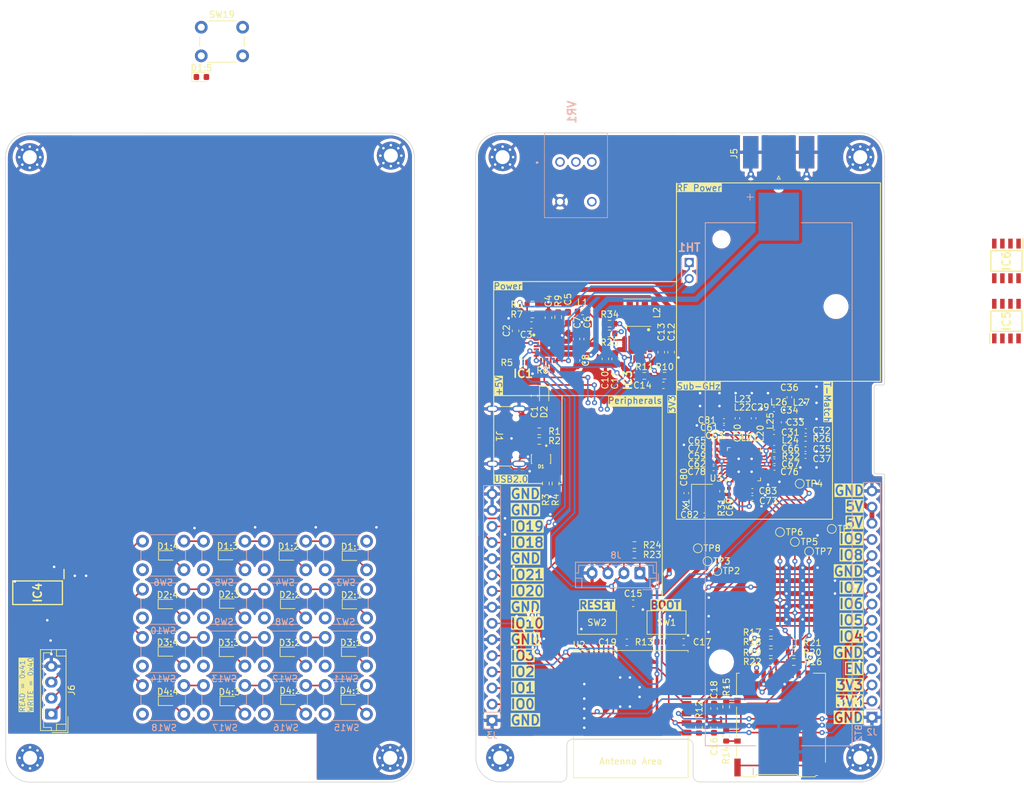
<source format=kicad_pcb>
(kicad_pcb (version 20240108) (generator "pcbnew") (generator_version "8.0")
  (layers (0 "F.Cu" signal) (31 "B.Cu" signal) (34 "B.Paste" user) (35 "F.Paste" user) (36 "B.SilkS" user "B.Silkscreen") (37 "F.SilkS" user "F.Silkscreen") (38 "B.Mask" user) (39 "F.Mask" user) (44 "Edge.Cuts" user))
  (net 0 "")
  (net 1 "VCC_5V")
  (net 2 "VBUS")
  (net 3 "Net-(IC1-PMID)")
  (net 4 "Net-(IC1-REGN)")
  (net 5 "Net-(C5-Pad1)")
  (net 6 "Net-(IC1-SW_1)")
  (net 7 "+BATT")
  (net 8 "/Computing_System/RST")
  (net 9 "3.3V")
  (net 10 "/Computing_System/GPIO9")
  (net 11 "Net-(C29-Pad2)")
  (net 12 "/Antenna_System/LNA_P")
  (net 13 "/Antenna_System/LNA_N")
  (net 14 "/Antenna_System/PA")
  (net 15 "Net-(C31-Pad1)")
  (net 16 "Net-(C32-Pad2)")
  (net 17 "Net-(C33-Pad1)")
  (net 18 "/Antenna_System/TRX_SW")
  (net 19 "Net-(C36-Pad1)")
  (net 20 "/Communications_System/CC_X1")
  (net 21 "/Communications_System/CC_X2")
  (net 22 "Net-(U3-LPF0)")
  (net 23 "Net-(U3-LPF1)")
  (net 24 "Net-(U3-DCPL_XOSC)")
  (net 25 "Net-(U3-DCPL_PFD_CHP)")
  (net 26 "Net-(U3-DCPL_VCO)")
  (net 27 "Net-(U3-DCPL)")
  (net 30 "/Power_System/BMS_OTG")
  (net 31 "/Power_System/BMS_INT")
  (net 32 "Net-(IC1-BTST)")
  (net 33 "Net-(IC1-TS1)")
  (net 34 "/Power_System/~{BMS_CE}")
  (net 35 "Net-(IC1-ILIM)")
  (net 37 "Net-(IC3-FB)")
  (net 38 "Net-(IC3-LX1_1)")
  (net 39 "/Computing_System/I2C0_SCL")
  (net 40 "/Computing_System/Keypad/COL2")
  (net 41 "/Computing_System/Keypad/COL5")
  (net 42 "/Computing_System/Keypad/ROW3")
  (net 43 "/Computing_System/Keypad/COL4")
  (net 45 "/Computing_System/Keypad/COL3")
  (net 50 "/Computing_System/Keypad/ROW4")
  (net 51 "/Computing_System/Keypad/ROW1")
  (net 52 "/Computing_System/Keypad/ROW2")
  (net 54 "/Computing_System/Keypad/COL1")
  (net 56 "/Computing_System/I2C0_SDA")
  (net 61 "/Antenna_System/Amplifier_Assembly/Signal_In")
  (net 63 "/Antenna_System/RF_Signal")
  (net 69 "Net-(IC6-INPUT)")
  (net 70 "/Antenna_System/Amplifier_Assembly/Signal_Out")
  (net 74 "/Computing_System/SPIM2_MOSI")
  (net 75 "Net-(U3-EXT_XOSC)")
  (net 76 "/Computing_System/GPIO8")
  (net 77 "/Computing_System/GPIO5")
  (net 78 "/Computing_System/SPIM2_MISO")
  (net 79 "/Computing_System/GPIO10")
  (net 80 "Net-(D1-Pad4)")
  (net 81 "Net-(J1-CC1)")
  (net 83 "Net-(D1-Pad3)")
  (net 85 "Net-(J1-CC2)")
  (net 86 "/Computing_System/GPIO4")
  (net 87 "/USB_DN")
  (net 88 "/Computing_System/UART0_TX")
  (net 89 "/USB_DP")
  (net 90 "/Computing_System/UART0_RX")
  (net 91 "/Computing_System/GPIO0")
  (net 92 "/Computing_System/SD_DAT3")
  (net 93 "/Computing_System/SD_DAT2")
  (net 94 "/Computing_System/~{SD_WP}")
  (net 95 "/Computing_System/SD_DAT1")
  (net 96 "/Computing_System/SD_DAT0")
  (net 97 "/Computing_System/~{SD_CD}")
  (net 98 "Net-(U3-RBIAS)")
  (net 99 "/Computing_System/SPIM2_SCLK")
  (net 100 "Net-(R6-Pad1)")
  (net 101 "GND")
  (net 102 "Net-(IC3-LX2_1)")
  (net 103 "Net-(IC3-EN)")
  (net 104 "Net-(IC3-MODE)")
  (net 105 "/Power_System/V_{SYS}")
  (net 106 "Net-(D1:1-A)")
  (net 107 "Net-(D1:2-A)")
  (net 108 "Net-(D1:3-A)")
  (net 109 "Net-(D1:4-A)")
  (net 110 "Net-(D2:1-A)")
  (net 111 "Net-(D2:2-A)")
  (net 112 "Net-(D2:3-A)")
  (net 113 "Net-(D2:4-A)")
  (net 114 "Net-(D3:1-A)")
  (net 115 "Net-(D3:2-A)")
  (net 116 "Net-(D3:3-A)")
  (net 117 "Net-(D3:4-A)")
  (net 118 "Net-(D4:1-A)")
  (net 119 "Net-(D4:2-A)")
  (net 120 "Net-(D4:3-A)")
  (net 121 "Net-(D4:4-A)")
  (net 126 "Net-(D1:5-A)")
  (footprint "Capacitor_SMD:C_0603_1608Metric" (layer "F.Cu") (at 116.892182 100.492836 -90)
    (property "Reference" "C1")
    (property "Value" "10u")
  )
  (footprint "Diode_SMD:D_0603_1608Metric" (layer "F.Cu") (at 59.2835 140.68)
    (property "Reference" "D3:4")
    (property "Value" "D")
  )
  (footprint "Resistor_SMD:R_0603_1608Metric" (layer "F.Cu") (at 157.603125 142.328049 180)
    (property "Reference" "R16")
    (property "Value" "10k")
  )
  (footprint "Resistor_SMD:R_0603_1608Metric" (layer "F.Cu") (at 142.721305 152.669749 -90)
    (property "Reference" "R12")
    (property "Value" "10k")
  )
  (footprint "TestPoint:TestPoint_Pad_D1.0mm" (layer "F.Cu") (at 157.787705 123.444)
    (property "Reference" "TP5")
    (property "Value" "TestPoint")
  )
  (footprint "Crystal:Crystal_SMD_3225-4Pin_3.2x2.5mm" (layer "F.Cu") (at 143.207605 116.412116 -90)
    (property "Reference" "X1")
    (property "Value" "40 MHz")
  )
  (footprint "MountingHole:MountingHole_2.2mm_M2_Pad_Via" (layer "F.Cu") (at 168.058 62.9868)
    (property "Reference" "REF2" (hide yes))
    (property "Value" "Conn_01x01")
  )
  (footprint "Capacitor_SMD:C_0402_1005Metric" (layer "F.Cu") (at 143.577705 119.269216 180)
    (property "Reference" "C82")
    (property "Value" "15p")
  )
  (footprint "Resistor_SMD:R_0603_1608Metric" (layer "F.Cu") (at 120.614905 88.140849 -90)
    (property "Reference" "R9")
    (property "Value" "0R")
  )
  (footprint "Resistor_SMD:R_0603_1608Metric" (layer "F.Cu") (at 117.644281 107.585498 180)
    (property "Reference" "R2")
    (property "Value" "5.1k")
  )
  (footprint "Cobalt_Cowboy:QFN50P400X400X100-25N-D_BQ24193RGER" (layer "F.Cu") (at 119.179905 92.946849)
    (property "Reference" "IC1")
    (property "Value" "BQ24193RGER" (hide yes))
  )
  (footprint "Capacitor_SMD:C_0402_1005Metric" (layer "F.Cu") (at 156.925105 100.726516 -90)
    (property "Reference" "C36")
    (property "Value" "6.2p" (hide yes))
  )
  (footprint "Capacitor_SMD:C_0603_1608Metric_Pad1.08x0.95mm_HandSolder" (layer "F.Cu") (at 113.925309 90.297387 90)
    (property "Reference" "C2")
    (property "Value" "1u")
  )
  (footprint "Capacitor_SMD:C_0402_1005Metric" (layer "F.Cu") (at 148.763905 104.030916 90)
    (property "Reference" "C30")
    (property "Value" "5.1p")
  )
  (footprint "Diode_SMD:D_0603_1608Metric" (layer "F.Cu") (at 68.722317 125.536804)
    (property "Reference" "D1:3")
    (property "Value" "D")
  )
  (footprint "Button_Switch_SMD:SW_SPST_CK_RS282G05A3" (layer "F.Cu") (at 126.722105 136.126849)
    (property "Reference" "SW2")
    (property "Value" "SW_Push")
  )
  (footprint "Capacitor_SMD:C_0402_1005Metric" (layer "F.Cu") (at 151.101105 116.559316)
    (property "Reference" "C73")
    (property "Value" "47n" (hide yes))
  )
  (footprint "Resistor_SMD:R_0603_1608Metric" (layer "F.Cu") (at 117.637987 106.073012 180)
    (property "Reference" "R1")
    (property "Value" "5.1K")
  )
  (footprint "Connector_JST:JST_EH_B4B-EH-A_1x04_P2.50mm_Vertical" (layer "F.Cu") (at 41.021 150.495 90)
    (property "Reference" "J6")
    (property "Value" "Peripherals")
  )
  (footprint "Capacitor_SMD:C_0603_1608Metric_Pad1.08x0.95mm_HandSolder" (layer "F.Cu") (at 119.090905 88.223249 -90)
    (property "Reference" "C4")
    (property "Value" "1uF")
  )
  (footprint "MountingHole:MountingHole_2.2mm_M2_Pad_Via" (layer "F.Cu") (at 168.0636 157.3628)
    (property "Reference" "REF3" (hide yes))
    (property "Value" "Conn_01x01")
  )
  (footprint "Diode_SMD:D_0603_1608Metric" (layer "F.Cu") (at 78.438942 140.72757)
    (property "Reference" "D3:2")
    (property "Value" "D")
  )
  (footprint "Capacitor_SMD:C_0402_1005Metric" (layer "F.Cu") (at 151.303905 104.030916 90)
    (property "Reference" "C29")
    (property "Value" "5.1p")
  )
  (footprint "Resistor_SMD:R_0603_1608Metric" (layer "F.Cu") (at 137.3068 97.340814 180)
    (property "Reference" "R10")
    (property "Value" "1M")
  )
  (footprint "Connector_USB:USB_C_Receptacle_GCT_USB4105-xx-A_16P_TopMnt_Horizontal" (layer "F.Cu") (at 111.365442 106.862129 -90)
    (property "Reference" "J1")
    (property "Value" "USB_C_Receptacle")
  )
  (footprint "Resistor_SMD:R_0402_1005Metric" (layer "F.Cu") (at 159.472305 107.255416 180)
    (property "Reference" "R26")
    (property "Value" "18" (hide yes))
  )
  (footprint "Resistor_SMD:R_0402_1005Metric" (layer "F.Cu") (at 146.367705 115.501016 90)
    (property "Reference" "R31")
    (property "Value" "0R")
  )
  (footprint "Resistor_SMD:R_0603_1608Metric" (layer "F.Cu") (at 157.596705 140.801463 180)
    (property "Reference" "R20")
    (property "Value" "10k")
  )
  (footprint "Diode_SMD:D_0603_1608Metric" (layer "F.Cu") (at 78.287373 125.59324)
    (property "Reference" "D1:2")
    (property "Value" "D")
  )
  (footprint "Capacitor_SMD:C_0603_1608Metric_Pad1.08x0.95mm_HandSolder" (layer "F.Cu") (at 129.553728 94.693038 90)
    (property "Reference" "C11")
    (property "Value" "10u")
  )
  (footprint "Resistor_SMD:R_0603_1608Metric" (layer "F.Cu") (at 118.671705 114.282849 -90)
    (property "Reference" "R3")
    (property "Value" "0k")
  )
  (footprint "MountingHole:MountingHole_2.2mm_M2_Pad_Via" (layer "F.Cu") (at 94.337274 62.761726)
    (property "Reference" "REF6" (hide yes))
    (property "Value" "Conn_01x01")
  )
  (footprint "Connector_Coaxial:SMA_Molex_73251-1153_EdgeMount_Horizontal" (layer "F.Cu") (at 155.247705 63.954816 -90)
    (property "Reference" "J5")
    (property "Value" "Conn_Coaxial_UHF")
  )
  (footprint "Resistor_SMD:R_0603_1608Metric" (layer "F.Cu") (at 128.68604 90.695979)
    (property "Reference" "R25")
    (property "Value" "10k")
  )
  (footprint "Capacitor_SMD:C_0603_1608Metric_Pad1.08x0.95mm_HandSolder" (layer "F.Cu") (at 123.497905 91.575249 -90)
    (property "Reference" "C7")
    (property "Value" "10u")
  )
  (footprint "Resistor_SMD:R_0603_1608Metric" (layer "F.Cu") (at 116.56844 87.716402 180)
    (property "Reference" "R7")
    (property "Value" "2.27k")
  )
  (footprint "Diode_SMD:D_0603_1608Metric" (layer "F.Cu") (at 118.405437 100.504192 -90)
    (property "Reference" "D2")
    (property "Value" "1N5819")
  )
  (footprint "Capacitor_SMD:C_0402_1005Metric" (layer "F.Cu") (at 154.503805 102.615716 180)
    (property "Reference" "C34")
    (property "Value" "5.1p")
  )
  (footprint "Diode_SMD:D_0603_1608Metric" (layer "F.Cu") (at 78.529239 148.270906)
    (property "Reference" "D4:2")
    (property "Value" "D")
  )
  (footprint "Cobalt_Cowboy:SOIC127P600X175-8N_SA630D_01,118" (layer "F.Cu") (at 191.008 88.762 90)
    (property "Reference" "IC5")
    (property "Value" "SA630D_01,118" (hide yes))
  )
  (footprint "Capacitor_SMD:C_0402_1005Metric" (layer "F.Cu") (at 147.123305 107.070016 90)
    (property "Reference" "C63")
    (property "Value" "1.5n")
  )
  (footprint "Diode_SMD:D_0603_1608Metric" (layer "F.Cu") (at 68.885881 140.724408)
    (property "Reference" "D3:3")
    (property "Value" "D")
  )
  (footprint "Inductor_SMD:L_0402_1005Metric" (layer "F.Cu") (at 154.998605 104.667316 90)
    (property "Reference" "L25")
    (property "Value" "15n")
  )
  (footprint "Capacitor_SMD:C_0402_1005Metric" (layer "F.Cu") (at 154.581205 111.829616)
    (property "Reference" "C76")
    (property "Value" "47n" (hide yes))
  )
  (footprint "Capacitor_SMD:C_0402_1005Metric" (layer "F.Cu") (at 145.028005 108.931316 180)
    (property "Reference" "C79")
    (property "Value" "47n")
  )
  (footprint "Capacitor_SMD:C_0402_1005Metric" (layer "F.Cu") (at 146.647505 105.496316 180)
    (property "Reference" "C61")
    (property "Value" "47n")
  )
  (footprint "Capacitor_SMD:C_0402_1005Metric" (layer "F.Cu") (at 147.437605 115.508116 -90)
    (property "Reference" "C69")
    (property "Value" "47n")
  )
  (footprint "TestPoint:TestPoint_Pad_D1.0mm" (layer "F.Cu") (at 160.02 124.968)
    (property "Reference" "TP7")
    (property "Value" "TestPoint")
  )
  (footprint "Capacitor_SMD:C_0402_1005Metric" (layer "F.Cu") (at 156.014605 104.667316 -90)
    (property "Reference" "C33")
    (property "Value" "2.2p")
  )
  (footprint "MountingHole:MountingHole_2.2mm_M2_Pad_Via" (layer "F.Cu") (at 111.887 62.992)
    (property "Reference" "REF1" (hide yes))
    (property "Value" "Conn_01x01")
  )
  (footprint "Diode_SMD:D_0603_1608Metric" (layer "F.Cu") (at 88.190812 125.62924)
    (property "Reference" "D1:1")
    (property "Value" "D")
  )
  (footprint "Capacitor_SMD:C_0603_1608Metric_Pad1.08x0.95mm_HandSolder" (layer "F.Cu") (at 122.145705 88.220449 -90)
    (property "Reference" "C5")
    (property "Value" "47n")
  )
  (footprint "Capacitor_SMD:C_0402_1005Metric" (layer "F.Cu") (at 145.028405 107.947316 180)
    (property "Reference" "C65")
    (property "Value" "47n")
  )
  (footprint "Diode_SMD:D_0603_1608Metric" (layer "F.Cu") (at 68.9865 148.463)
    (property "Reference" "D4:3")
    (property "Value" "D")
  )
  (footprint "Capacitor_SMD:C_0603_1608Metric" (layer "F.Cu") (at 145.087505 152.666149 90)
    (property "Reference" "C16")
    (property "Value" "10u")
  )
  (footprint "Cobalt_Cowboy:SOP65P640X120-24N_PCF8575PWR" (layer "F.Cu") (at 38.862 131.445 -90)
    (property "Reference" "IC4")
    (property "Value" "PCF8575PWR" (hide yes))
  )
  (footprint "Capacitor_SMD:C_0402_1005Metric" (layer "F.Cu") (at 145.021405 111.897116 180)
    (property "Reference" "C78")
    (property "Value" "47n")
  )
  (footprint "Resistor_SMD:R_0603_1608Metric" (layer "F.Cu") (at 132.588 123.952 180)
    (property "Reference" "R24")
    (property "Value" "10k")
  )
  (footprint "Capacitor_SMD:C_0402_1005Metric" (layer "F.Cu") (at 140.734705 115.797316 90)
    (property "Reference" "C80")
    (property "Value" "15p")
  )
  (footprint "Resistor_SMD:R_0603_1608Metric" (layer "F.Cu") (at 157.587385 139.266772 180)
    (property "Reference" "R21")
    (property "Value" "10k")
  )
  (footprint "Capacitor_SMD:C_0603_1608Metric_Pad1.08x0.95mm_HandSolder" (layer "F.Cu") (at 137.139906 98.844436 180)
    (property "Reference" "C14")
    (property "Value" "56p")
  )
  (footprint "Capacitor_SMD:C_0402_1005Metric" (layer "F.Cu") (at 154.526305 108.657916)
    (property "Reference" "C66")
    (property "Value" "47n" (hide yes))
  )
  (footprint "Capacitor_SMD:C_0603_1608Metric" (layer "F.Cu") (at 132.387705 133.094816 180)
    (property "Reference" "C15")
    (property "Value" "1u")
  )
  (footprint "Inductor_SMD:L_0402_1005Metric" (layer "F.Cu") (at 152.350949 104.02974 90)
    (property "Reference" "L20")
    (property "Value" "27n")
  )
  (footprint "Resistor_SMD:R_0603_1608Metric" (layer "F.Cu") (at 154.018611 139.273011)
    (property "Reference" "R18")
    (property "Value" "10k")
  )
  (footprint "Capacitor_SMD:C_0603_1608Metric" (layer "F.Cu") (at 131.393068 139.230182 180)
    (property "Reference" "C19")
    (property "Value" "0.1u")
  )
  (footprint "Resistor_SMD:R_0603_1608Metric" (layer "F.Cu") (at 128.68604 89.171979 180)
    (property "Reference" "R34")
    (property "Value" "10k")
  )
  (footprint "Resistor_SMD:R_0603_1608Metric" (layer "F.Cu") (at 134.146652 97.364468 180)
    (property "Reference" "R11")
    (property "Value" "2.2M")
  )
  (footprint "Diode_SMD:D_0603_1608Metric" (layer "F.Cu") (at 59.2835 133.223)
    (property "Reference" "D2:4")
    (property "Value" "D")
  )
  (footprint "Capacitor_SMD:C_0603_1608Metric_Pad1.08x0.95mm_HandSolder" (layer "F.Cu") (at 116.414295 89.375012 180)
    (property "Reference" "C3")
    (property "Value" "1u")
  )
  (footprint "Capacitor_SMD:C_0402_1005Metric" (layer "F.Cu") (at 151.112305 115.437016)
    (property "Reference" "C83")
    (property "Value" "220n")
  )
  (footprint "Diode_SMD:D_0603_1608Metric" (layer "F.Cu") (at 88.192442 133.235434)
    (property "Reference" "D2:1")
    (property "Value" "D")
  )
  (footprint "Inductor_SMD:L_0402_1005Metric" (layer "F.Cu") (at 154.507805 107.271516)
    (property "Reference" "L24")
    (property "Value" "56n" (hide yes))
  )
  (footprint "Inductor_SMD:L_Coilcraft_XxL4020" (layer "F.Cu") (at 133.04453 87.438816)
    (property "Reference" "L2")
    (property "Value" "1u")
  )
  (footprint "Capacitor_SMD:C_0402_1005Metric" (layer "F.Cu") (at 159.453405 109.969416 180)
    (property "Reference" "C37")
    (property "Value" "100p" (hide yes))
  )
  (footprint "Inductor_SMD:L_0402_1005Metric" (layer "F.Cu") (at 151.806605 101.004616 180)
    (property "Reference" "L23")
    (property "Value" "15n")
  )
  (footprint "Resistor_SMD:R_0603_1608Metric" (layer "F.Cu") (at 120.195705 114.282849 90)
    (property "Reference" "R4")
    (property "Value" "0k")
  )
  (footprint "Capacitor_SMD:C_0402_1005Metric" (layer "F.Cu") (at 154.575605 110.773416)
    (property "Reference" "C67")
    (property "Value" "47n" (hide yes))
  )
  (footprint "Button_Switch_THT:SW_PUSH_6mm_H7.3mm" (layer "F.Cu") (at 64.568 42.581)
    (property "Reference" "SW19")
    (property "Value" "PTT")
  )
  (footprint "Resistor_SMD:R_0402_1005Metric" (layer "F.Cu") (at 154.550005 109.723416)
    (property "Reference" "R32")
    (property "Value" "56k" (hide yes))
  )
  (footprint "Diode_SMD:D_0603_1608Metric" (layer "F.Cu") (at 59.3345 125.567)
    (property "Reference" "D1:4")
    (property "Value" "D")
  )
  (footprint "Package_DFN_QFN:QFN-32-1EP_5x5mm_P0.5mm_EP3.45x3.45mm" (layer "F.Cu") (at 149.793705 111.250816 90)
    (property "Reference" "U3")
    (property "Value" "CC1200RHBR" (hide yes))
  )
  (footprint "MountingHole:MountingHole_2.2mm_M2_Pad_Via" (layer "F.Cu") (at 37.677275 157.392461)
    (property "Reference" "REF8" (hide yes))
    (property "Value" "Conn_01x01")
  )
  (footprint "Resistor_SMD:R_0603_1608Metric" (layer "F.Cu") (at 136.959705 139.174849 180)
    (property "Reference" "R13")
    (property "Value" "10k")
  )
  (footprint "Capacitor_SMD:C_0402_1005Metric" (layer "F.Cu") (at 145.027205 109.915916 180)
    (property "Reference" "C59")
    (property "Value" "47n")
  )
  (footprint "TestPoint:TestPoint_Pad_D1.0mm" (layer "F.Cu") (at 163.576 121.412 180)
    (property "Reference" "TP1")
    (property "Value" "TestPoint")
  )
  (footprint "Inductor_SMD:L_0402_1005Metric" (layer "F.Cu") (at 155.469705 100.286916)
    (property "Reference" "L26")
    (property "Value" "43n")
  )
  (footprint "MountingHole:MountingHole_2.2mm_M2_Pad_Via" (layer "F.Cu") (at 37.633137 63.006125)
    (property "Reference" "REF5" (hide yes))
    (property "Value" "Conn_01x01")
  )
  (footprint "Cobalt_Cowboy:QFN50P400X400X100-21N_ISL91127IRNZ-T7A" (layer "F.Cu") (at 133.06053 92.486816 -90)
    (property "Reference" "IC3")
    (property "Value" "ISL91127IRNZ-T7A" (hide yes))
  )
  (footprint "Resistor_SMD:R_0603_1608Metric" (layer "F.Cu") (at 120.500705 96.502849)
    (property "Reference" "R8")
    (property "Value" "265R")
  )
  (footprint "TestPoint:TestPoint_Pad_D1.0mm" (layer "F.Cu") (at 155.448 121.92)
    (property "Reference" "TP6")
    (property "Value" "TestPoint")
  )
  (footprint "MountingHole:MountingHole_2.2mm_M2_Pad_Via" (layer "F.Cu") (at 94.234971 157.392453)
    (property "Reference" "REF7" (hide yes))
    (property "Value" "Conn_01x01")
  )
  (footprint "Button_Switch_SMD:SW_SPST_CK_RS282G05A3" (layer "F.Cu") (at 137.631705 136.126849)
    (property "Reference" "SW1")
    (property "Value" "SW_Push")
  )
  (footprint "Resistor_SMD:R_0603_1608Metric" (layer "F.Cu") (at 132.588 125.476 180)
    (property "Reference" "R23")
    (property "Value" "10k")
  )
  (footprint "Capacitor_SMD:C_0402_1005Metric" (layer "F.Cu") (at 146.646205 104.453316 180)
    (property "Reference" "C81")
    (property "Value" "10n")
  )
  (footprint "TestPoint:TestPoint_Pad_D1.0mm" (layer "F.Cu") (at 158.549705 114.3)
    (property "Reference" "TP4")
    (property "Value" "TestPoint")
  )
  (footprint "PCM_Espressif:ESP32-C3-WROOM-02" (layer "F.Cu") (at 132.023705 147.517649 180)
    (property "Reference" "U2")
    (property "Value" "ESP32-C3-WROOM-02" (hide yes))
  )
  (footprint "Diode_SMD:D_0603_1608Metric" (layer "F.Cu") (at 64.588 50.401)
    (property "Reference" "D1:5")
    (property "Value" "D")
  )
  (footprint "Capacitor_SMD:C_0603_1608Metric_Pad1.08x0.95mm_HandSolder" (layer "F.Cu") (at 123.497905 94.926949 -90)
    (property "Reference" "C8")
    (property "Value" "10u")
  )
  (footprint "Inductor_SMD:L_0402_1005Metric" (layer "F.Cu") (at 150.033905 104.050916 90)
    (property "Reference" "L22")
    (property "Value" "27n")
  )
  (footprint "Inductor_SMD:L_0402_1005Metric" (layer "F.Cu") (at 158.376005 100.289716)
    (property "Reference" "L27")
    (property "Value" "22n")
  )
  (footprint "Cobalt_Cowboy:SOIC127P600X175-8N_SA630D_01,118" (layer "F.Cu") (at 191.008 79.306 -90)
    (property "Reference" "IC6")
    (property "Value" "SA630D_01,118" (hide yes))
  )
  (footprint "Resistor_SMD:R_0603_1608Metric" (layer "F.Cu") (at 146.994705 149.364849 -90)
    (property "Reference" "R15")
    (property "Value" "10k")
  )
  (footprint "Capacitor_SMD:C_0603_1608Metric_Pad1.08x0.95mm_HandSolder" (layer "F.Cu") (at 125.165505 91.575249 -90)
    (property "Reference" "C6")
    (property "Value" "10u")
  )
  (footprint "Connector_Card:microSD_HC_Hirose_DM3AT-SF-PEJM5" (layer "F.Cu") (at 155.600705 151.979849)
    (property "Reference" "J4" (hide yes))
    (property "Value" "SD_Card")
  )
  (footprint "TestPoint:TestPoint_Pad_D1.0mm" (layer "F.Cu") (at 144.071705 126.492 180)
    (property "Reference" "TP3")
    (property "Value" "TestPoint")
  )
  (footprint "Capacitor_SMD:C_0603_1608Metric_Pad1.08x0.95mm_HandSolder" (layer "F.Cu") (at 128.029728 94.693038 90)
    (property "Reference" "C10")
    (property "Value" "10u")
  )
  (footprint "Capacitor_SMD:C_0603_1608Metric_Pad1.08x0.95mm_HandSolder" (layer "F.Cu") (at 138.349923 93.647017 -90)
    (property "Reference" "C12")
    (property "Value" "22u")
  )
  (footprint "TestPoint:TestPoint_Pad_D1.0mm" (layer "F.Cu") (at 142.547705 124.46)
    (property "Reference" "TP8")
    (property "Value" "TestPoint")
  )
  (footprint "Resistor_SMD:R_0603_1608Metric" (layer "F.Cu") (at 154.029211 137.740011)
    (property "Reference" "R17")
    (property "Value" "10k")
  )
  (footprint "Diode_SMD:D_0603_1608Metric" (layer "F.Cu") (at 87.9855 148.270384)
    (property "Reference" "D4:1")
    (property "Value" "D")
  )
  (footprint "Capacitor_SMD:C_0402_1005Metric" (layer "F.Cu") (at 154.516105 106.215316 180)
    (property "Reference" "C31")
    (property "Value" "39p" (hide yes))
  )
  (footprint "Diode_SMD:D_0603_1608Metric" (layer "F.Cu") (at 78.488561 133.199662)
    (property "Reference" "D2:2")
    (property "Value" "D")
  )
  (footprint "TestPoint:TestPoint_Pad_D1.0mm" (layer "F.Cu") (at 145.595705 128.016 180)
    (property "Reference" "TP2")
    (property "Value" "TestPoint")
  )
  (footprint "Cobalt_Cowboy:SOT143" (layer "F.Cu") (at 117.920838 110.437282 180)
    (property "Reference" "D1")
    (property "Value" "SP0503BAHTG" (hide yes))
  )
  (footprint "MountingHole:MountingHole_2.2mm_M2_Pad_Via" (layer "F.Cu") (at 111.506018 157.3628)
    (property "Reference" "REF4" (hide yes))
    (property "Value" "Conn_01x01")
  )
  (footprint "Capacitor_SMD:C_0603_1608Metric" (layer "F.Cu") (at 140.319158 139.174848 180)
    (property "Reference" "C17")
    (property "Value" "0.1u")
  )
  (footprint "Diode_SMD:D_0603_1608Metric" (layer "F.Cu") (at 88.065895 140.712737)
    (property "Reference" "D3:1")
    (property "Value" "D")
  )
  (footprint "Resistor_SMD:R_0603_1608Metric" (layer "F.Cu") (at 116.561226 86.145469)
    (property "Reference" "R6")
    (property "Value" "6.86k")
  )
  (footprint "Capacitor_SMD:C_0402_1005Metric" (layer "F.Cu") (at 145.026205 110.908116 180)
    (property "Reference" "C62")
    (property "Value" "47n")
  )
  (footprint "Diode_SMD:D_0603_1608Metric" (layer "F.Cu") (at 59.309 148.427)
    (property "Reference" "D4:4")
    (property "Value" "D")
  )
  (footprint "Resistor_SMD:R_0603_1608Metric" (layer "F.Cu") (at 154.001624 142.331883)
    (property "Reference" "R22")
    (property "Value" "10k")
  )
  (footprint "Capacitor_SMD:C_0603_1608Metric" (layer "F.Cu") (at 145.087705 149.638049 90)
    (property "Reference" "C18")
    (property "Value" "0.1u")
  )
  (footprint "Capacitor_SMD:C_0603_1608Metric_Pad1.08x0.95mm_HandSolder" (layer "F.Cu") (at 136.802115 93.64505 -90)
    (property "Reference" "C13")
    (property "Value" "22u" (hide yes))
  )
  (footprint "Resistor_SMD:R_0603_1608Metric" (layer "F.Cu") (at 154.010011 140.797011)
    (property "Reference" "R19")
    (property "Value" "10k" (hide yes))
  )
  (footprint "Diode_SMD:D_0603_1608Metric" (layer "F.Cu") (at 68.9355 133.1455)
    (property "Reference" "D2:3")
    (property "Value" "D")
  )
  (footprint "Resistor_SMD:R_0603_1608Metric" (layer "F.Cu") (at 146.994705 153.927149 90)
    (property "Reference" "R14")
    (property "Value" "10k")
  )
  (footprint "Capacitor_SMD:C_0402_1005Metric" (layer "F.Cu") (at 159.455705 108.876116 180)
    (property "Reference" "C35")
    (property "Value" "10n" (hide yes))
  )
  (footprint "Inductor_SMD:L_0603_1608Metric" (layer "F.Cu") (at 124.441905 87.257249)
    (property "Reference" "L1")
    (property "Value" "2.2u")
  )
  (footprint "Resistor_SMD:R_0603_1608Metric" (layer "F.Cu") (at 115.004503 95.276389)
    (property "Reference" "R5")
    (property "Value" "10k")
  )
  (footprint "Capacitor_SMD:C_0402_1005Metric" (layer "F.Cu") (at 159.499205 106.028116 180)
    (property "Reference" "C32")
    (property "Value" "56p" (hide yes))
  )
  (footprint "Inductor_SMD:L_0402_1005Metric" (layer "F.Cu") (at 150.649405 105.917216 180)
    (property "Reference" "L21")
    (property "Value" "56n")
  )
  (footprint "Button_Switch_THT:SW_PUSH_6mm_H7.3mm" (layer "B.Cu") (at 55.335758 135.402889)
    (property "Reference" "SW10")
    (property "Value" "*")
  )
  (footprint "Connector_PinHeader_2.54mm:PinHeader_1x15_P2.54mm_Vertical" (layer "B.Cu") (at 169.891005 151.012849)
    (property "Reference" "J2")
    (property "Value" "1x15")
  )
  (footprint "Button_Switch_THT:SW_PUSH_6mm_H7.3mm" (layer "B.Cu") (at 55.346399 127.831006)
    (property "Reference" "SW6")
    (property "Value" "EXIT")
  )
  (footprint "Button_Switch_THT:SW_PUSH_6mm_H7.3mm" (layer "B.Cu") (at 55.340172 150.523931)
    (property "Reference" "SW18")
    (property "Value" "#")
  )
  (footprint "Button_Switch_THT:SW_PUSH_6mm_H7.3mm" (layer "B.Cu") (at 84.033259 135.4025)
    (property "Reference" "SW7")
    (property "Value" "1")
  )
  (footprint "Button_Switch_THT:SW_PUSH_6mm_H7.3mm" (layer "B.Cu") (at 64.918221 142.962737)
    (property "Reference" "SW13")
    (property "Value" "6")
  )
  (footprint "Cobalt_Cowboy:RK09711110EL" (layer "B.Cu") (at 120.904 63.754 90)
    (property "Reference" "VR1")
    (property "Value" "RK09711110EL" (hide yes))
  )
  (footprint "Button_Switch_THT:SW_PUSH_6mm_H7.3mm" (layer "B.Cu") (at 84.013685 150.520384)
    (property "Reference" "SW15")
    (property "Value" "7")
  )
  (footprint "Button_Switch_THT:SW_PUSH_6mm_H7.3mm" (layer "B.Cu") (at 74.478942 142.96257)
    (property "Reference" "SW12")
    (property "Value" "5")
  )
  (footprint "Cobalt_Cowboy:103AT2" (layer "B.Cu") (at 141.189748 79.547061)
    (property "Reference" "TH1")
    (property "Value" "103AT-2" (hide yes))
  )
  (footprint "Button_Switch_THT:SW_PUSH_6mm_H7.3mm" (layer "B.Cu") (at 74.478025 150.516187)
    (property "Reference" "SW16")
    (property "Value" "8")
  )
  (footprint "Button_Switch_THT:SW_PUSH_6mm_H7.3mm" (layer "B.Cu") (at 55.335373 142.966879)
    (property "Reference" "SW14")
    (property "Value" "0")
  )
  (footprint "Connector_PinHeader_2.54mm:PinHeader_1x15_P2.54mm_Vertical" (layer "B.Cu") (at 110.236 151.498749)
    (property "Reference" "J3")
    (property "Value" "1x15")
  )
  (footprint "Button_Switch_THT:SW_PUSH_6mm_H7.3mm" (layer "B.Cu") (at 84.033173 127.845541)
    (property "Reference" "SW3")
    (property "Value" "MENU")
  )
  (footprint "Button_Switch_THT:SW_PUSH_6mm_H7.3mm" (layer "B.Cu") (at 84.028395 142.962737)
    (property "Reference" "SW11")
    (property "Value" "4")
  )
  (footprint "Connector_JST:JST_EH_B4B-EH-A_1x04_P2.50mm_Vertical" (layer "B.Cu") (at 133.437 128.351 180)
    (property "Reference" "J8")
    (property "Value" "Peripherals")
  )
  (footprint "Button_Switch_THT:SW_PUSH_6mm_H7.3mm" (layer "B.Cu") (at 74.476561 135.398662)
    (property "Reference" "SW8")
    (property "Value" "2")
  )
  (footprint "Cobalt_Cowboy:BAT_1122" (layer "B.Cu") (at 155.247705 114.396849 90)
    (property "Reference" "BT2")
    (property "Value" "1122")
  )
  (footprint "Button_Switch_THT:SW_PUSH_6mm_H7.3mm" (layer "B.Cu") (at 74.477373 127.84324)
    (property "Reference" "SW4")
    (property "Value" "UP")
  )
  (footprint "Button_Switch_THT:SW_PUSH_6mm_H7.3mm" (layer "B.Cu") (at 64.920817 127.838804)
    (property "Reference" "SW5")
    (property "Value" "DOWN")
  )
  (footprint "Button_Switch_THT:SW_PUSH_6mm_H7.3mm" (layer "B.Cu") (at 64.912667 150.517353)
    (property "Reference" "SW17")
    (property "Value" "9")
  )
  (footprint "Button_Switch_THT:SW_PUSH_6mm_H7.3mm" (layer "B.Cu") (at 64.9235 135.3955)
    (property "Reference" "SW9")
    (property "Value" "3")
  )
  (gr_line (start 139.194819 83.308311) (end 139.18918 67.059689) (stroke (width 0.15)) (layer "F.SilkS"))
  (gr_line (start 139.185018 119.886816) (end 139.194668 98.042816) (stroke (width 0.15)) (layer "F.SilkS"))
  (gr_line (start 121.211705 114.282849) (end 120.718205 114.282849) (stroke (width 0.15)) (layer "F.SilkS"))
  (gr_line (start 171.22723 67.043194) (end 171.219968 98.214112) (stroke (width 0.15)) (layer "F.SilkS"))
  (gr_line (start 171.219968 98.214112) (end 163.693606 98.20809) (stroke (width 0.15)) (layer "F.SilkS"))
  (gr_line (start 121.211705 114.282849) (end 121.211705 100.46471) (stroke (width 0.15)) (layer "F.SilkS"))
  (gr_line (start 139.19259 98.228916) (end 163.693606 98.20809) (stroke (width 0.15)) (layer "F.SilkS"))
  (gr_line (start 121.211705 100.46471) (end 110.543705 100.470558) (stroke (width 0.15)) (layer "F.SilkS"))
  (gr_line (start 139.194668 98.042816) (end 139.194819 83.308311) (stroke (width 0.15)) (layer "F.SilkS"))
  (gr_line (start 163.693606 98.20809) (end 163.693606 119.887716) (stroke (width 0.15)) (layer "F.SilkS"))
  (gr_line (start 110.484963 82.548816) (end 139.195172 82.54811) (stroke (width 0.15)) (layer "F.SilkS"))
  (gr_line (start 136.959705 100.46471) (end 136.959705 132.062849) (stroke (width 0.15)) (layer "F.SilkS"))
  (gr_line (start 121.211705 100.46471) (end 136.959705 100.46471) (stroke (width 0.15)) (layer "F.SilkS"))
  (gr_line (start 163.693606 119.887716) (end 139.185018 119.886816) (stroke (width 0.15)) (layer "F.SilkS"))
  (gr_line (start 139.928705 67.048067) (end 171.22723 67.043194) (stroke (width 0.15)) (layer "F.SilkS"))
  (gr_line (start 110.495167 114.282849) (end 118.149205 114.282849) (stroke (width 0.15)) (layer "F.SilkS"))
  (gr_line (start 110.495167 114.282849) (end 110.484963 82.548816) (stroke (width 0.15)) (layer "F.SilkS"))
  (gr_line (start 140.815553 154.430849) (end 122.971946 154.431785) (stroke (width 0.1)) (layer "Edge.Cuts"))
  (gr_arc (start 98.044984 157.392299) (mid 96.929328 160.086268) (end 94.235583 161.202457) (stroke (width 0.1)) (layer "Edge.Cuts"))
  (gr_arc (start 94.229974 59.206346) (mid 96.914906 60.313811) (end 98.039319 62.991682) (stroke (width 0.1)) (layer "Edge.Cuts"))
  (gr_arc (start 168.058695 59.176738) (mid 170.743655 60.284188) (end 171.86804 62.962074) (stroke (width 0.1)) (layer "Edge.Cuts"))
  (gr_arc (start 171.617043 112.77481) (mid 171.796656 112.849207) (end 171.871044 113.028795) (stroke (width 0.1)) (layer "Edge.Cuts"))
  (gr_line (start 111.506023 161.172849) (end 120.973705 161.172849) (stroke (width 0.1)) (layer "Edge.Cuts"))
  (gr_arc (start 37.677302 161.202457) (mid 34.983209 160.086543) (end 33.867279 157.392457) (stroke (width 0.1)) (layer "Edge.Cuts"))
  (gr_arc (start 142.819262 161.176815) (mid 142.112054 160.883977) (end 141.819127 160.176815) (stroke (width 0.1)) (layer "Edge.Cuts"))
  (gr_line (start 168.058695 59.176738) (end 111.351422 59.168011) (stroke (width 0.1)) (layer "Edge.Cuts"))
  (gr_line (start 107.651752 62.976422) (end 107.696 157.362849) (stroke (width 0.1)) (layer "Edge.Cuts"))
  (gr_line (start 170.23369 112.52083) (end 170.233705 99.058816) (stroke (width 0.1)) (layer "Edge.Cuts"))
  (gr_arc (start 171.87016 98.550816) (mid 171.795769 98.73044) (end 171.616161 98.804831) (stroke (width 0.1)) (layer "Edge.Cuts"))
  (gr_line (start 94.229974 59.206346) (end 37.522701 59.197619) (stroke (width 0.1)) (layer "Edge.Cuts"))
  (gr_line (start 142.819262 161.176815) (end 168.064304 161.172849) (stroke (width 0.1)) (layer "Edge.Cuts"))
  (gr_line (start 121.971946 155.43212) (end 121.973705 160.172478) (stroke (width 0.1)) (layer "Edge.Cuts"))
  (gr_arc (start 33.823031 63.00603) (mid 34.900252 60.351271) (end 37.522701 59.197619) (stroke (width 0.1)) (layer "Edge.Cuts"))
  (gr_line (start 98.044984 157.392299) (end 98.042323 113.058403) (stroke (width 0.1)) (layer "Edge.Cuts"))
  (gr_arc (start 121.971946 155.43212) (mid 122.264699 154.724767) (end 122.971946 154.431785) (stroke (width 0.1)) (layer "Edge.Cuts"))
  (gr_arc (start 171.873705 157.362691) (mid 170.758038 160.056637) (end 168.064304 161.172849) (stroke (width 0.1)) (layer "Edge.Cuts"))
  (gr_line (start 141.819127 160.176815) (end 141.815645 155.419822) (stroke (width 0.1)) (layer "Edge.Cuts"))
  (gr_line (start 171.87016 98.550816) (end 171.86804 62.962074) (stroke (width 0.1)) (layer "Edge.Cuts"))
  (gr_line (start 37.677302 161.202457) (end 47.144984 161.202457) (stroke (width 0.1)) (layer "Edge.Cuts"))
  (gr_line (start 171.873705 157.362691) (end 171.871044 113.028795) (stroke (width 0.1)) (layer "Edge.Cuts"))
  (gr_line (start 98.042323 113.058403) (end 98.039319 62.991682) (stroke (width 0.1)) (layer "Edge.Cuts"))
  (gr_line (start 33.823031 63.00603) (end 33.867279 157.392457) (stroke (width 0.1)) (layer "Edge.Cuts"))
  (gr_arc (start 170.487691 112.774815) (mid 170.308101 112.70042) (end 170.23369 112.52083) (stroke (width 0.1)) (layer "Edge.Cuts"))
  (gr_arc (start 170.233705 99.058816) (mid 170.3081 98.879211) (end 170.487704 98.804801) (stroke (width 0.1)) (layer "Edge.Cuts"))
  (gr_line (start 171.617043 112.77481) (end 170.487691 112.774815) (stroke (width 0.1)) (layer "Edge.Cuts"))
  (gr_line (start 171.616161 98.804813) (end 170.487704 98.804801) (stroke (width 0.1)) (layer "Edge.Cuts"))
  (gr_arc (start 107.651752 62.976422) (mid 108.72897 60.321666) (end 111.351422 59.168011) (stroke (width 0.1)) (layer "Edge.Cuts"))
  (gr_arc (start 121.973705 160.172478) (mid 121.680931 160.879803) (end 120.973705 161.172849) (stroke (width 0.1)) (layer "Edge.Cuts"))
  (gr_arc (start 140.815553 154.430849) (mid 141.518808 154.719832) (end 141.815645 155.419822) (stroke (width 0.1)) (layer "Edge.Cuts"))
  (gr_arc (start 111.506023 161.172849) (mid 108.811926 160.056931) (end 107.696 157.362849) (stroke (width 0.1)) (layer "Edge.Cuts"))
  (gr_line (start 47.144984 161.202457) (end 94.235583 161.202457) (stroke (width 0.1)) (layer "Edge.Cuts"))
  (gr_text "GND" (at 168.671711 141.747712 0) (layer "F.SilkS" knockout) (effects (font (size 1.5 1.5) (thickness 0.3) (bold yes)) (justify right bottom)))
  (gr_text "IO4" (at 168.671711 139.193225 0) (layer "F.SilkS" knockout) (effects (font (size 1.5 1.5) (thickness 0.3) (bold yes)) (justify right bottom)))
  (gr_text "IO5" (at 168.671711 136.638738 0) (layer "F.SilkS" knockout) (effects (font (size 1.5 1.5) (thickness 0.3) (bold yes)) (justify right bottom)))
  (gr_text "GND" (at 113.016024 126.929089 0) (layer "F.SilkS" knockout) (effects (font (size 1.5 1.5) (thickness 0.3) (bold yes)) (justify left bottom)))
  (gr_text "GND" (at 112.985784 152.360742 0) (layer "F.SilkS" knockout) (effects (font (size 1.5 1.5) (thickness 0.3) (bold yes)) (justify left bottom)))
  (gr_text "Peripherals" (at 128.336189 101.828697 0) (layer "F.SilkS" knockout) (effects (font (size 1 1)) (justify left bottom)))
  (gr_text "3V3" (at 168.671711 149.411173 0) (layer "F.SilkS" knockout) (effects (font (size 1.5 1.5) (thickness 0.3) (bold yes)) (justify right bottom)))
  (gr_text "Sub-GHz" (at 139.139474 99.579566 0) (layer "F.SilkS" knockout) (effects (font (size 1 1)) (justify left bottom)))
  (gr_text "IO20" (at 112.985784 132.062849 0) (layer "F.SilkS" knockout) (effects (font (size 1.5 1.5) (thickness 0.3) (bold yes)) (justify left bottom)))
  (gr_text "+5V" (at 111.891671 97.32949 90) (layer "F.SilkS" knockout) (effects (font (size 1 1)) (justify right bottom)))
  (gr_text "IO3" (at 112.985784 142.222849 0) (layer "F.SilkS" knockout) (effects (font (size 1.5 1.5) (thickness 0.3) (bold yes)) (justify left bottom)))
  (gr_text "IO2" (at 112.985784 144.762849 0) (layer "F.SilkS" knockout) (effects (font (size 1.5 1.5) (thickness 0.3) (bold yes)) (justify left bottom)))
  (gr_text "5V" (at 168.671711 118.757329 0) (layer "F.SilkS" knockout) (effects (font (size 1.5 1.5) (thickness 0.3) (bold yes)) (justify right bottom)))
  (gr_text "IO21" (at 112.985784 129.522849 0) (layer "F.SilkS" knockout) (effects (font (size 1.5 1.5) (thickness 0.3) (bold yes)) (justify left bottom)))
  (gr_text "GND" (at 112.985784 134.580742 0) (layer "F.SilkS" knockout) (effects (font (size 1.5 1.5) (thickness 0.3) (bold yes)) (justify left bottom)))
  (gr_text "IO10" (at 112.985784 137.142849 0) (layer "F.SilkS" knockout) (effects (font (size 1.5 1.5) (thickness 0.3) (bold yes)) (justify left bottom)))
  (gr_text "IO1" (at 112.985784 147.302849 0) (layer "F.SilkS" knockout) (effects (font (size 1.5 1.5) (thickness 0.3) (bold yes)) (justify left bottom)))
  (gr_text "GND" (at 168.802861 116.288636 0) (layer "F.SilkS" knockout) (effects (font (size 1.5 1.5) (thickness 0.3) (bold yes)) (justify right bottom)))
  (gr_text "GND" (at 112.985784 119.340742 0) (layer "F.SilkS" knockout) (effects (font (size 1.5 1.5) (thickness 0.3) (bold yes)) (justify left bottom)))
  (gr_text "IO8" (at 168.671711 126.42079 0) (layer "F.SilkS" knockout) (effects (font (size 1.5 1.5) (thickness 0.3) (bold yes)) (justify right bottom)))
  (gr_text "IO18" (at 112.985784 124.442849 0) (layer "F.SilkS" knockout) (effects (font (size 1.5 1.5) (thickness 0.3) (bold yes)) (justify left bottom)))
  (gr_text "T-Match" (at 162.306037 98.212138 -90) (layer "F.SilkS" knockout) (effects (font (size 1 1)) (justify left bottom)))
  (gr_text "3V3" (at 168.671711 146.856686 0) (layer "F.SilkS" knockout) (effects (font (size 1.5 1.5) (thickness 0.3) (bold yes)) (justify right bottom)))
  (gr_text "RESET" (at 123.751705 134.094849 0) (layer "F.SilkS" knockout) (effects (font (size 1.2 1.2) (thickness 0.3) (bold yes)) (justify left bottom)))
  (gr_text "GND" (at 168.671711 151.96566 0) (layer "F.SilkS" knockout) (effects (font (size 1.5 1.5) (thickness 0.3) (bold yes)) (justify right bottom)))
  (gr_text "BOOT" (at 134.927705 134.094849 0) (layer "F.SilkS" knockout) (effects (font (size 1.2 1.2) (thickness 0.3) (bold yes)) (justify left bottom)))
  (gr_text "GND" (at 112.985784 116.800742 0) (layer "F.SilkS" knockout) (effects (font (size 1.5 1.5) (thickness 0.3) (bold yes)) (justify left bottom)))
  (gr_text "IO7" (at 168.671711 131.529764 0) (layer "F.SilkS" knockout) (effects (font (size 1.5 1.5) (thickness 0.3) (bold yes)) (justify right bottom)))
  (gr_text "IO0" (at 112.985784 149.842849 0) (layer "F.SilkS" knockout) (effects (font (size 1.5 1.5) (thickness 0.3) (bold yes)) (justify left bottom)))
  (gr_text "GND" (at 112.985784 139.660742 0) (layer "F.SilkS" knockout) (effects (font (size 1.5 1.5) (thickness 0.3) (bold yes)) (justify left bottom)))
  (gr_text "3V3" (at 139.090347 103.26396 90) (layer "F.SilkS" knockout) (effects (font (size 1 1)) (justify left bottom)))
  (gr_text "USB2.0" (at 110.398673 114.196783 0) (layer "F.SilkS" knockout) (effects (font (size 1 1)) (justify left bottom)))
  (gr_text "IO19" (at 112.985784 121.902849 0) (layer "F.SilkS" knockout) (effects (font (size 1.5 1.5) (thickness 0.3) (bold yes)) (justify left bottom)))
  (gr_text "RF Power" (at 139.080263 68.425049 0) (layer "F.SilkS" knockout) (effects (font (size 1 1)) (justify left bottom)))
  (gr_text "5V" (at 168.671711 121.311816 0) (layer "F.SilkS" knockout) (effects (font (size 1.5 1.5) (thickness 0.3) (bold yes)) (justify right bottom)))
  (gr_text "GND" (at 168.689574 128.976797 0) (layer "F.SilkS" knockout) (effects (font (size 1.5 1.5) (thickness 0.3) (bold yes)) (justify right bottom)))
  (gr_text "Power" (at 110.385181 83.859128 0) (layer "F.SilkS" knockout) (effects (font (size 1 1)) (justify left bottom)))
  (gr_text "IO6" (at 168.671711 134.084251 0) (layer "F.SilkS" knockout) (effects (font (size 1.5 1.5) (thickness 0.3) (bold yes)) (justify right bottom)))
  (gr_text "IO9" (at 168.671711 123.866303 0) (layer "F.SilkS" knockout) (effects (font (size 1.5 1.5) (thickness 0.3) (bold yes)) (justify right bottom)))
  (gr_text "EN" (at 168.751875 144.279673 0) (layer "F.SilkS" knockout) (effects (font (size 1.5 1.5) (thickness 0.3) (bold yes)) (justify right bottom)))
  (gr_text "READ = 0x41\nWRITE = 0x40" (at 38.227 150.241 90) (layer "F.SilkS" knockout) (effects (font (size 0.8 0.8) (thickness 0.08)) (justify left bottom)))
  (segment (start 117.179905 91.696849) (end 117.179905 91.619049) (width 0.25) (layer "F.Cu") (net 1))
  (segment (start 164.899705 97.280816) (end 164.899705 113.774849) (width 0.75) (layer "F.Cu") (net 1))
  (segment (start 161.851705 94.232816) (end 164.899705 97.280816) (width 0.75) (layer "F.Cu") (net 1))
  (segment (start 145.849705 94.232816) (end 161.851705 94.232816) (width 0.75) (layer "F.Cu") (net 1))
  (segment (start 117.929705 90.946849) (end 116.913705 90.946849) (width 0.25) (layer "F.Cu") (net 1))
  (segment (start 114.214105 91.150049) (end 114.214105 91.118179) (width 0.75) (layer "F.Cu") (net 1))
  (segment (start 113.353672 83.802849) (end 135.419738 83.802849) (width 0.75) (layer "F.Cu") (net 1))
  (segment (start 114.214105 91.150049) (end 112.340505 91.150049) (width 0.75) (layer "F.Cu") (net 1))
  (segment (start 114.214105 91.150049) (end 116.710705 91.150049) (width 0.75) (layer "F.Cu") (net 1))
  (segment (start 135.419738 83.802849) (end 145.849705 94.232816) (width 0.75) (layer "F.Cu") (net 1))
  (segment (start 111.559705 91.930849) (end 111.559705 85.596816) (width 0.75) (layer "F.Cu") (net 1))
  (segment (start 116.710705 91.150049) (end 117.015705 91.454849) (width 0.75) (layer "F.Cu") (net 1))
  (segment (start 112.455715 99.684859) (end 118.624155 99.684859) (width 0.75) (layer "F.Cu") (net 1))
  (segment (start 111.559705 98.788849) (end 112.455715 99.684859) (width 0.75) (layer "F.Cu") (net 1))
  (segment (start 111.559705 85.596816) (end 113.353672 83.802849) (width 0.75) (layer "F.Cu") (net 1))
  (segment (start 116.913705 90.946849) (end 116.710705 91.150049) (width 0.25) (layer "F.Cu") (net 1))
  (segment (start 169.117705 117.992849) (end 169.891005 117.992849) (width 0.75) (layer "F.Cu") (net 1))
  (segment (start 117.179905 91.619049) (end 117.015705 91.454849) (width 0.25) (layer "F.Cu") (net 1))
  (segment (start 164.899705 113.774849) (end 169.117705 117.992849) (width 0.75) (layer "F.Cu") (net 1))
  (segment (start 169.891005 117.992849) (end 169.891005 120.532849) (width 0.75) (layer "F.Cu") (net 1))
  (segment (start 111.559705 91.930849) (end 111.559705 98.788849) (width 0.75) (layer "F.Cu") (net 1))
  (segment (start 112.340505 91.150049) (end 111.559705 91.930849) (width 0.75) (layer "F.Cu") (net 1))
  (segment (start 118.405437 104.391117) (end 117.642568 105.153986) (width 0.4) (layer "F.Cu") (net 2))
  (segment (start 116.960838 109.412282) (end 116.810685 109.262129) (width 0.4) (layer "F.Cu") (net 2))
  (segment (start 117.642568 108.730552) (end 116.960838 109.412282) (width 0.4) (layer "F.Cu") (net 2))
  (segment (start 117.642568 105.153986) (end 117.642568 105.279786) (width 0.4) (layer "F.Cu") (net 2))
  (segment (start 116.810685 109.262129) (end 115.045442 109.262129) (width 0.4) (layer "F.Cu") (net 2))
  (segment (start 117.642568 105.279786) (end 116.881631 104.518849) (width 0.4) (layer "F.Cu") (net 2))
  (segment (start 118.405437 101.291692) (end 118.405437 104.391117) (width 0.4) (layer "F.Cu") (net 2))
  (segment (start 116.881631 104.518849) (end 115.102162 104.518849) (width 0.4) (layer "F.Cu") (net 2))
  (segment (start 117.642568 105.279786) (end 117.642568 108.730552) (width 0.4) (layer "F.Cu") (net 2))
  (segment (start 115.102162 104.518849) (end 115.045442 104.462129) (width 0.4) (layer "F.Cu") (net 2))
  (segment (start 118.429905 90.618149) (end 118.429905 90.946849) (width 0.25) (layer "F.Cu") (net 3))
  (segment (start 118.429705 90.946849) (end 118.429705 90.617949) (width 0.25) (layer "F.Cu") (net 3))
  (segment (start 118.429705 90.617949) (end 118.429905 90.618149) (width 0.25) (layer "F.Cu") (net 3))
  (segment (start 118.429705 90.289049) (end 117.512905 89.372249) (width 0.25) (layer "F.Cu") (net 3))
  (segment (start 118.429705 90.617949) (end 118.429705 90.289049) (width 0.25) (layer "F.Cu") (net 3))
  (segment (start 118.929705 89.246749) (end 118.929705 90.946849) (width 0.25) (layer "F.Cu") (net 4))
  (segment (start 117.515705 87.838667) (end 118.762787 89.085749) (width 0.25) (layer "F.Cu") (net 4))
  (segment (start 120.614905 87.315849) (end 122.103705 87.315849) (width 0.25) (layer "F.Cu") (net 5))
  (segment (start 123.654705 87.574249) (end 122.145705 89.082949) (width 0.25) (layer "F.Cu") (net 6))
  (segment (start 122.145705 89.082949) (end 120.281705 90.946849) (width 0.25) (layer "F.Cu") (net 6))
  (segment (start 120.281705 90.946849) (end 119.929905 90.946849) (width 0.25) (layer "F.Cu") (net 6))
  (segment (start 120.429905 90.946849) (end 120.281705 90.946849) (width 0.25) (layer "F.Cu") (net 6))
  (segment (start 121.253542 93.946849) (end 123.380305 93.946849) (width 0.8) (layer "F.Cu") (net 7))
  (segment (start 125.783705 94.064449) (end 123.497905 94.064449) (width 0.8) (layer "F.Cu") (net 7))
  (segment (start 123.380305 93.946849) (end 123.497905 94.064449) (width 0.8) (layer "F.Cu") (net 7))
  (via (at 125.783705 94.064449) (size 0.8) (drill 0.4) (layers "F.Cu" "B.Cu") (net 7))
  (segment (start 125.783705 94.064449) (end 126.548568 93.299586) (width 0.85) (layer "B.Cu") (net 7))
  (segment (start 126.548568 87.101986) (end 128.323705 85.326849) (width 0.85) (layer "B.Cu") (net 7))
  (segment (start 126.548568 93.299586) (end 126.548568 87.101986) (width 0.85) (layer "B.Cu") (net 7))
  (segment (start 128.323705 85.326849) (end 142.267705 85.326849) (width 0.85) (layer "B.Cu") (net 7))
  (segment (start 142.267705 85.326849) (end 155.247705 72.346849) (width 0.85) (layer "B.Cu") (net 7))
  (segment (start 138.991705 151.874849) (end 137.975705 150.858849) (width 0.25) (layer "F.Cu") (net 8))
  (segment (start 130.622105 134.085416) (end 132.882705 131.824816) (width 0.25) (layer "F.Cu") (net 8))
  (segment (start 132.882705 131.824816) (end 137.197738 131.824816) (width 0.25) (layer "F.Cu") (net 8))
  (segment (start 136.213278 143.256) (end 134.643886 143.256) (width 0.25) (layer "F.Cu") (net 8))
  (segment (start 130.622105 136.018249) (end 130.622105 134.085416) (width 0.25) (layer "F.Cu") (net 8))
  (segment (start 162.052 153.416) (end 150.575705 153.416) (width 0.25) (layer "F.Cu") (net 8))
  (segment (start 140.773905 151.917849) (end 142.519705 151.917849) (width 0.25) (layer "F.Cu") (net 8))
  (segment (start 148.543905 116.780716) (end 148.543905 113.688316) (width 0.25) (layer "F.Cu") (net 8))
  (segment (start 142.547705 126.474849) (end 142.547705 122.776916) (width 0.25) (layer "F.Cu") (net 8))
  (segment (start 142.547705 122.776916) (end 148.543905 116.780716) (width 0.25) (layer "F.Cu") (net 8))
  (segment (start 137.975705 145.018427) (end 136.213278 143.256) (width 0.25) (layer "F.Cu") (net 8))
  (segment (start 134.643886 143.256) (end 130.622105 139.234219) (width 0.25) (layer "F.Cu") (net 8))
  (segment (start 138.991705 151.874849) (end 140.730905 151.874849) (width 0.25) (layer "F.Cu") (net 8))
  (segment (start 130.622105 139.234219) (end 130.622105 136.126849) (width 0.25) (layer "F.Cu") (net 8))
  (segment (start 137.975705 150.858849) (end 137.975705 145.018427) (width 0.25) (layer "F.Cu") (net 8))
  (segment (start 137.197738 131.824816) (end 142.547705 126.474849) (width 0.25) (layer "F.Cu") (net 8))
  (via (at 150.575705 153.416) (size 0.8) (drill 0.4) (layers "F.Cu" "B.Cu") (net 8))
  (via (at 162.052 153.416) (size 0.8) (drill 0.4) (layers "F.Cu" "B.Cu") (net 8))
  (via (at 138.991705 151.874849) (size 0.8) (drill 0.4) (layers "F.Cu" "B.Cu") (net 8))
  (segment (start 150.575705 153.416) (end 140.532856 153.416) (width 0.25) (layer "B.Cu") (net 8))
  (segment (start 140.532856 153.416) (end 138.991705 151.874849) (width 0.25) (layer "B.Cu") (net 8))
  (segment (start 163.612554 153.416) (end 167.381705 149.646849) (width 0.25) (layer "B.Cu") (net 8))
  (segment (start 167.381705 149.646849) (end 167.381705 145.902149) (width 0.25) (layer "B.Cu") (net 8))
  (segment (start 162.052 153.416) (end 163.612554 153.416) (width 0.25) (layer "B.Cu") (net 8))
  (segment (start 167.381705 145.902149) (end 169.891005 143.392849) (width 0.25) (layer "B.Cu") (net 8))
  (segment (start 135.974267 130.538849) (end 135.624849 130.538849) (width 0.4) (layer "F.Cu") (net 9))
  (segment (start 159.979205 106.639816) (end 159.979205 106.028116) (width 0.25) (layer "F.Cu") (net 9))
  (segment (start 44.704 136.65) (end 42.437 134.383) (width 0.4) (layer "F.Cu") (net 9))
  (segment (start 149.043905 108.813316) (end 149.043905 108.112916) (width 0.25) (layer "F.Cu") (net 9))
  (segment (start 159.966905 107.838916) (end 159.982305 107.823516) (width 0.25) (layer "F.Cu") (net 9))
  (segment (start 159.935905 108.876116) (end 159.935905 109.421616) (width 0.25) (layer "F.Cu") (net 9))
  (segment (start 166.996705 148.826849) (end 169.459705 146.363849) (width 0.25) (layer "F.Cu") (net 9))
  (segment (start 145.087905 148.862849) (end 145.667705 148.862849) (width 0.25) (layer "F.Cu") (net 9))
  (segment (start 145.667705 148.862849) (end 146.994705 150.189849) (width 0.25) (layer "F.Cu") (net 9))
  (segment (start 133.413 125.476) (end 133.437 125.5) (width 0.25) (layer "F.Cu") (net 9))
  (segment (start 149.302171 152.790383) (end 149.005705 153.086849) (width 0.25) (layer "F.Cu") (net 9))
  (segment (start 153.292905 109.727116) (end 153.292905 109.116516) (width 0.25) (layer "F.Cu") (net 9))
  (segment (start 159.966905 107.518516) (end 159.966905 107.838916) (width 0.25) (layer "F.Cu") (net 9))
  (segment (start 154.823705 141.571849) (end 154.823905 141.572049) (width 0.25) (layer "F.Cu") (net 9))
  (segment (start 153.867905 111.000816) (end 153.981905 110.887116) (width 0.25) (layer "F.Cu") (net 9))
  (segment (start 159.982305 107.823516) (end 159.982305 107.255416) (width 0.25) (layer "F.Cu") (net 9))
  (segment (start 116.29171 92.198041) (end 116.292902 92.196849) (width 0.25) (layer "F.Cu") (net 9))
  (segment (start 146.601705 153.494849) (end 146.994705 153.101849) (width 0.3) (layer "F.Cu") (net 9))
  (segment (start 145.506205 110.908116) (end 145.506205 109.916916) (width 0.25) (layer "F.Cu") (net 9))
  (segment (start 151.183705 148.826849) (end 153.120705 148.826849) (width 0.25) (layer "F.Cu") (net 9))
  (segment (start 147.484505 105.852916) (end 147.484105 105.852916) (width 0.25) (layer "F.Cu") (net 9))
  (segment (start 147.437905 115.028116) (end 147.437905 114.294416) (width 0.4) (layer "F.Cu") (net 9))
  (segment (start 153.563905 108.845416) (end 154.492805 107.916516) (width 0.25) (layer "F.Cu") (net 9))
  (segment (start 137.975705 99.550849) (end 137.853683 99.672871) (width 0.25) (layer "F.Cu") (net 9))
  (segment (start 152.231205 111.000816) (end 153.867905 111.000816) (width 0.25) (layer "F.Cu") (net 9))
  (segment (start 159.966905 107.838916) (end 159.966905 108.479716) (width 0.25) (layer "F.Cu") (net 9))
  (segment (start 154.823905 142.833649) (end 154.823905 143.495049) (width 0.25) (layer "F.Cu") (net 9))
  (segment (start 150.026905 113.704716) (end 150.026905 115.965516) (width 0.25) (layer "F.Cu") (net 9))
  (segment (start 154.832505 140.045049) (end 154.832505 140.805749) (width 0.25) (layer "F.Cu") (net 9))
  (segment (start 115.29891 92.198041) (end 114.179503 93.317448) (width 0.25) (layer "F.Cu") (net 9))
  (segment (start 146.009005 106.679716) (end 147.127505 105.561216) (width 0.25) (layer "F.Cu") (net 9))
  (segment (start 154.100905 111.829616) (end 153.772905 111.500816) (width 0.25) (layer "F.Cu") (net 9))
  (segment (start 147.484505 105.852916) (end 147.127905 105.496316) (width 0.25) (layer "F.Cu") (net 9))
  (segment (start 149.043905 107.412516) (end 147.484505 105.852916) (width 0.25) (layer "F.Cu") (net 9))
  (segment (start 145.508405 106.885716) (end 145.508405 107.947316) (width 0.25) (layer "F.Cu") (net 9))
  (segment (start 152.231205 111.500816) (end 153.772905 111.500816) (width 0.25) (layer "F.Cu") (net 9))
  (segment (start 138.056606 128.45651) (end 138.056606 98.898636) (width 0.75) (layer "F.Cu") (net 9))
  (segment (start 141.023705 94.123957) (end 141.023705 95.994849) (width 0.75) (layer "F.Cu") (net 9))
  (segment (start 159.935905 109.694316) (end 159.933405 109.696816) (width 0.25) (layer "F.Cu") (net 9))
  (segment (start 135.06053 91.486816) (end 135.06053 92.761816) (width 0.75) (layer "F.Cu") (net 9))
  (segment (start 146.994705 153.086849) (end 146.994705 150.189849) (width 0.25) (layer "F.Cu") (net 9))
  (segment (start 147.468905 114.299716) (end 147.976905 113.791716) (width 0.3) (layer "F.Cu") (net 9))
  (segment (start 139.684265 92.784517) (end 141.023705 94.123957) (width 0.75) (layer "F.Cu") (net 9))
  (segment (start 150.323705 148.826849) (end 149.302171 149.848383) (width 0.25) (layer "F.Cu") (net 9))
  (segment (start 159.978905 106.028116) (end 159.978905 106.640116) (width 0.25) (layer "F.Cu") (net 9))
  (segment (start 136.134705 151.882705) (end 137.669649 153.417649) (width 0.4) (layer "F.Cu") (net 9))
  (segment (start 159.966905 108.479716) (end 159.935905 108.510916) (width 0.25) (layer "F.Cu") (net 9))
  (segment (start 153.019905 110.000816) (end 153.292905 109.727116) (width 0.25) (layer "F.Cu") (net 9))
  (segment (start 132.640933 99.672871) (end 129.847705 96.879643) (width 0.25) (layer "F.Cu") (net 9))
  (segment (start 154.823905 141.572049) (end 154.823905 142.329749) (width 0.25) (layer "F.Cu") (net 9))
  (segment (start 154.823705 141.192849) (end 154.823705 140.813849) (width 0.25) (layer "F.Cu") (net 9))
  (segment (start 147.298955 109.500816) (end 147.355905 109.500816) (width 0.25) (layer "F.Cu") (net 9))
  (segment (start 149.043705 108.113116) (end 149.043705 108.813316) (width 0.25) (layer "F.Cu") (net 9))
  (segment (start 153.563905 108.845516) (end 153.563905 108.845416) (width 0.25) (layer "F.Cu") (net 9))
  (segment (start 159.966905 107.518516) (end 159.978905 107.506516) (width 0.25) (layer "F.Cu") (net 9))
  (segment (start 155.075705 146.966849) (end 153.215705 148.826849) (width 0.25) (layer "F.Cu") (net 9))
  (segment (start 154.832705 140.805849) (end 154.832705 140.044849) (width 0.25) (layer "F.Cu") (net 9))
  (segment (start 155.075705 144.254849) (end 155.075705 146.966849) (width 0.25) (layer "F.Cu") (net 9))
  (segment (start 142.644405 153.417849) (end 142.721305 153.494749) (width 0.4) (layer "F.Cu") (net 9))
  (segment (start 44.704 146.812) (end 44.704 136.65) (width 0.4) (layer "F.Cu") (net 9))
  (segment (start 145.745455 107.947316) (end 147.298955 109.500816) (width 0.25) (layer "F.Cu") (net 9))
  (segment (start 154.095905 110.773416) (end 154.095905 110.961216) (width 0.25) (layer "F.Cu") (net 9))
  (segment (start 136.134705 144.202732) (end 136.134705 151.882705) (width 0.4) (layer "F.Cu") (net 9))
  (segment (start 114.179503 93.317448) (end 114.179503 95.276389) (width 0.25) (layer "F.Cu") (net 9))
  (segment (start 153.292905 109.116516) (end 153.563905 108.845516) (width 0.25) (layer "F.Cu") (net 9))
  (segment (start 149.043905 108.112916) (end 149.043705 108.113116) (width 0.25) (layer "F.Cu") (net 9))
  (segment (start 145.507105 109.916016) (end 146.091905 110.500816) (width 0.25) (layer "F.Cu") (net 9))
  (segment (start 150.026905 115.965516) (end 150.323905 116.262416) (width 0.25) (layer "F.Cu") (net 9))
  (segment (start 147.976905 113.791716) (end 147.976905 113.791416) (width 0.3) (layer "F.Cu") (net 9))
  (segment (start 159.966905 107.358316) (end 159.966905 107.518516) (width 0.25) (layer "F.Cu") (net 9))
  (segment (start 135.06053 92.761816) (end 135.06053 92.515577) (width 0.75) (layer "F.Cu") (net 9))
  (segment (start 154.832705 140.044849) (end 154.832505 140.045049) (width 0.25) (layer "F.Cu") (net 9))
  (segment (start 138.002406 97.532091) (end 138.002406 98.844436) (width 0.75) (layer "F.Cu") (net 9))
  (segment (start 149.005705 153.086849) (end 146.994705 153.086849) (width 0.25) (layer "F.Cu") (net 9))
  (segment (start 145.302405 106.679716) (end 146.009005 106.679716) (width 0.25) (layer "F.Cu") (net 9))
  (segment (start 150.324205 116.262416) (end 150.621105 116.559316) (width 0.25) (layer "F.Cu") (net 9))
  (segment (start 137.853683 99.672871) (end 132.640933 99.672871) (width 0.25) (layer "F.Cu") (net 9))
  (segment (start 141.023705 95.994849) (end 139.669683 97.348871) (width 0.75) (layer "F.Cu") (net 9))
  (segment (start 151.183705 148.826849) (end 169.536705 148.826849) (width 0.25) (layer "F.Cu") (net 9))
  (segment (start 138.056606 128.45651) (end 136.134705 130.378411) (width 0.4) (layer "F.Cu") (net 9))
  (segment (start 145.087505 153.494849) (end 146.601705 153.494849) (width 0.3) (layer "F.Cu") (net 9))
  (segment (start 136.134705 130.378411) (end 136.134705 130.538849) (width 0.4) (layer "F.Cu") (net 9))
  (segment (start 138.819506 106.679716) (end 145.302405 106.679716) (width 0.4) (layer "F.Cu") (net 9))
  (segment (start 146.091905 110.500816) (end 147.355905 110.500816) (width 0.25) (layer "F.Cu") (net 9))
  (segment (start 138.327222 92.761816) (end 135.06053 92.761816) (width 0.75) (layer "F.Cu") (net 9))
  (segment (start 154.823705 141.192849) (end 154.832505 141.184049) (width 0.25) (layer "F.Cu") (net 9))
  (segment (start 139.669683 97.348871) (end 138.185626 97.348871) (width 0.75) (layer "F.Cu") (net 9))
  (segment (start 159.978905 106.640116) (end 159.978905 107.252216) (width 0.25) (layer "F.Cu") (net 9))
  (segment (start 154.823905 143.495049) (end 155.075705 143.746849) (width 0.25) (layer "F.Cu") (net 9))
  (segment (start 154.843611 139.273011) (end 154.843611 137.750611) (width 0.25) (layer "F.Cu") (net 9))
  (segment (start 159.935905 109.421616) (end 159.935905 109.694316) (width 0.25) (layer "F.Cu") (net 9))
  (segment (start 159.933405 109.696816) (end 159.933405 109.969416) (width 0.25) (layer "F.Cu") (net 9))
  (segment (start 138.185626 97.348871) (end 138.002406 97.532091) (width 0.75) (layer "F.Cu") (net 9))
  (segment (start 156.778125 142.328049) (end 156.778125 140.807883) (width 0.25) (layer "F.Cu") (net 9))
  (segment (start 147.484105 105.852916) (end 147.127505 105.496316) (width 0.25) (layer "F.Cu") (net 9))
  (segment (start 116.292902 92.196849) (end 117.179905 92.196849) (width 0.25) (layer "F.Cu") (net 9))
  (segment (start 150.324005 116.262516) (end 150.620905 116.559316) (width 0.25) (layer "F.Cu") (net 9))
  (segment (start 154.823705 141.571849) (end 154.823705 141.192849) (width 0.25) (layer "F.Cu") (net 9))
  (segment (start 133.437 125.5) (end 133.437 128.351) (width 0.25) (layer "F.Cu") (net 9))
  (segment (start 152.231205 110.000816) (end 153.019905 110.000816) (width 0.25) (layer "F.Cu") (net 9))
  (segment (start 147.356205 109.500816) (end 147.356105 109.500816) (width 0.25) (layer "F.Cu") (net 9))
  (segment (start 154.832705 140.044849) (end 154.832705 139.283849) (width 0.25) (layer "F.Cu") (net 9))
  (segment (start 154.823705 142.329849) (end 154.823705 141.571849) (width 0.25) (layer "F.Cu") (net 9))
  (segment (start 138.056606 105.916816) (end 138.819506 106.679716) (width 0.4) (layer "F.Cu") (net 9))
  (segment (start 150.621105 117.875098) (end 150.621105 116.559316) (width 0.25) (layer "F.Cu") (net 9))
  (segment (start 155.075705 142.327849) (end 156.777925 142.327849) (width 0.25) (layer "F.Cu") (net 9))
  (segment (start 150.323705 148.826849) (end 151.183705 148.826849) (width 0.25) (layer "F.Cu") (net 9))
  (segment (start 156.771705 140.801463) (end 156.771705 139.276092) (width 0.25) (layer "F.Cu") (net 9))
  (segment (start 41.021 150.495) (end 44.704 146.812) (width 0.4) (layer "F.Cu") (net 9))
  (segment (start 153.120705 148.826849) (end 166.996705 148.826849) (width 0.25) (layer "F.Cu") (net 9))
  (segment (start 140.773905 153.417849) (end 142.644405 153.417849) (width 0.4) (layer "F.Cu") (net 9))
  (segment (start 138.056606 98.898636) (end 138.002406 98.844436) (width 0.75) (layer "F.Cu") (net 9))
  (segment (start 159.978905 106.640116) (end 159.979205 106.639816) (width 0.25) (layer "F.Cu") (net 9))
  (segment (start 135.06053 92.761816) (end 135.06053 92.486816) (width 0.75) (layer "F.Cu") (net 9))
  (segment (start 137.669649 153.417649) (end 140.773705 153.417649) (width 0.4) (layer "F.Cu") (net 9))
  (segment (start 137.052222 91.486816) (end 135.06053 91.486816) (width 0.75) (layer "F.Cu") (net 9))
  (segment (start 154.492805 107.916516) (end 159.320905 107.916516) (width 0.25) (layer "F.Cu") (net 9))
  (segment (start 145.598905 111.000816) (end 147.356205 111.000816) (width 0.25) (layer "F.Cu") (net 9))
  (segment (start 135.06053 92.515577) (end 135.08339 92.492717) (width 0.75) (layer "F.Cu") (net 9))
  (segment (start 136.134705 141.206849) (end 136.134705 139.174849) (width 0.25) (layer "F.Cu") (net 9))
  (segment (start 138.349923 92.784517) (end 137.052222 91.486816) (width 0.75) (layer "F.Cu") (net 9))
  (segment (start 116.29171 92.198041) (end 115.29891 92.198041) (width 0.25) (layer "F.Cu") (net 9))
  (segment (start 159.935905 109.694316) (end 159.935905 109.967116) (width 0.25) (layer "F.Cu") (net 9))
  (segment (start 145.302405 106.679716) (end 145.508405 106.885716) (width 0.25) (layer "F.Cu") (net 9))
  (segment (start 136.602324 92.784517) (end 138.349923 92.784517) (width 0.75) (layer "F.Cu") (net 9))
  (segment (start 159.935905 109.421616) (end 159.935705 109.421416) (width 0.25) (layer "F.Cu") (net 9))
  (segment (start 133.413 123.952) (end 133.413 125.476) (width 0.25) (layer "F.Cu") (net 9))
  (segment (start 154.832505 141.184049) (end 154.832505 140.805749) (width 0.25) (layer "F.Cu") (net 9))
  (segment (start 138.349923 92.784517) (end 139.684265 92.784517) (width 0.75) (layer "F.Cu") (net 9))
  (segment (start 154.095605 110.773416) (end 154.095605 111.824016) (width 0.25) (layer "F.Cu") (net 9))
  (segment (start 149.043905 108.112916) (end 149.043905 107.412516) (width 0.25) (layer "F.Cu") (net 9))
  (segment (start 149.302171 149.848383) (end 149.302171 152.790383) (width 0.25) (layer "F.Cu") (net 9))
  (segment (start 159.935705 109.421416) (end 159.935705 108.876116) (width 0.25) (layer "F.Cu") (net 9))
  (segment (start 159.320905 107.916516) (end 159.923005 107.314416) (width 0.25) (layer "F.Cu") (net 9))
  (segment (start 159.978905 107.506516) (end 159.978905 107.252216) (width 0.25) (layer "F.Cu") (net 9))
  (segment (start 142.721705 153.494849) (end 145.087505 153.494849) (width 0.3) (layer "F.Cu") (net 9))
  (segment (start 145.508405 107.947316) (end 145.745455 107.947316) (width 0.25) (layer "F.Cu") (net 9))
  (segment (start 135.624849 130.538849) (end 133.437 128.351) (width 0.4) (layer "F.Cu") (net 9))
  (segment (start 159.935905 108.876116) (end 159.935905 108.510916) (width 0.25) (layer "F.Cu") (net 9))
  (via (at 136.134705 130.538849) (size 0.8) (drill 0.4) (layers "F.Cu" "B.Cu") (net 9))
  (via (at 136.134705 141.206849) (size 0.8) (drill 0.4) (layers "F.Cu" "B.Cu") (net 9))
  (via (at 146.297584 110.774482) (size 0.8) (drill 0.4) (layers "F.Cu" "B.Cu") (net 9))
  (via (at 150.621105 117.875098) (size 0.8) (drill 0.4) (layers "F.Cu" "B.Cu") (net 9))
  (via (at 153.272333 109.162531) (size 0.8) (drill 0.4) (layers "F.Cu" "B.Cu") (net 9))
  (via (at 129.847705 96.879643) (size 0.8) (drill 0.4) (layers "F.Cu" "B.Cu") (net 9))
  (via (at 116.29171 92.198041) (size 0.8) (drill 0.4) (layers "F.Cu" "B.Cu") (net 9))
  (via (at 153.352659 111.232462) (size 0.8) (drill 0.4) (layers "F.Cu" "B.Cu") (net 9))
  (via (at 147.468905 114.299716) (size 0.8) (drill 0.4) (layers "F.Cu" "B.Cu") (net 9))
  (via (at 145.302405 106.679716) (size 0.8) (drill 0.4) (layers "F.Cu" "B.Cu") (net 9))
  (via (at 136.134705 144.202732) (size 0.8) (drill 0.4) (layers "F.Cu" "B.Cu") (net 9))
  (via (at 138.056606 128.45651) (size 0.8) (drill 0.4) (layers "F.Cu" "B.Cu") (net 9))
  (segment (start 117.217041 92.198041) (end 121.013849 95.994849) (width 0.25) (layer "B.Cu") (net 9))
  (segment (start 116.29171 92.198041) (end 117.217041 92.198041) (width 0.25) (layer "B.Cu") (net 9))
  (segment (start 128.962911 95.994849) (end 129.847705 96.879643) (width 0.25) (layer "B.Cu") (net 9))
  (segment (start 145.302875 106.668647) (end 150.789988 106.668647) (width 0.25) (layer "B.Cu") (net 9))
  (segment (start 147.469375 114.288647) (end 147.469375 116.320647) (width 0.3) (layer "B.Cu") (net 9))
  (segment (start 136.134705 144.202732) (end 136.134705 141.206849) (width 0.4) (layer "B.Cu") (net 9))
  (segment (start 136.134705 130.538849) (end 136.134705 141.206849) (width 0.4) (layer "B.Cu") (net 9))
  (segment (start 150.789988 106.668647) (end 153.272803 109.151462) (width 0.25) (layer "B.Cu") (net 9))
  (segment (start 147.469375 116.320647) (end 149.012757 117.864029) (width 0.3) (layer "B.Cu") (net 9))
  (segment (start 145.302875 110.090147) (end 145.976141 110.763413) (width 0.25) (layer "B.Cu") (net 9))
  (segment (start 147.469375 114.288647) (end 146.298054 113.117326) (width 0.3) (layer "B.Cu") (net 9))
  (segment (start 153.272803 109.151462) (end 153.353129 109.231788) (width 0.25) (layer "B.Cu") (net 9))
  (segment (start 145.976141 110.763413) (end 146.298054 110.763413) (width 0.25) (layer "B.Cu") (net 9))
  (segment (start 145.302875 106.668647) (end 145.302875 110.090147) (width 0.25) (layer "B.Cu") (net 9))
  (segment (start 121.013849 95.994849) (end 128.962911 95.994849) (width 0.25) (layer "B.Cu") (net 9))
  (segment (start 153.353129 109.231788) (end 153.353129 111.221393) (width 0.25) (layer "B.Cu") (net 9))
  (segment (start 149.012757 117.864029) (end 150.621575 117.864029) (width 0.3) (layer "B.Cu") (net 9))
  (segment (start 146.298054 113.117326) (end 146.298054 110.763413) (width 0.3) (layer "B.Cu") (net 9))
  (segment (start 149.352 128.524) (end 162.188849 128.524) (width 0.25) (layer "F.Cu") (net 10))
  (segment (start 139.544158 142.038102) (end 139.544158 138.114396) (width 0.25) (layer "F.Cu") (net 10))
  (segment (start 152.231205 112.500816) (end 153.164519 112.500816) (width 0.25) (layer "F.Cu") (net 10))
  (segment (start 162.188849 128.524) (end 167.64 123.072849) (width 0.25) (layer "F.Cu") (net 10))
  (segment (start 155.674222 113.284) (end 165.463071 123.072849) (width 0.25) (layer "F.Cu") (net 10))
  (segment (start 141.749151 136.126849) (end 146.595 131.281) (width 0.25) (layer "F.Cu") (net 10))
  (segment (start 147.029 130.856305) (end 147.029 130.847) (width 0.25) (layer "F.Cu") (net 10))
  (segment (start 146.595 131.281) (end 146.604305 131.281) (width 0.25) (layer "F.Cu") (net 10))
  (segment (start 165.463071 123.072849) (end 169.891005 123.072849) (width 0.25) (layer "F.Cu") (net 10))
  (segment (start 153.947703 113.284) (end 155.674222 113.284) (width 0.25) (layer "F.Cu") (net 10))
  (segment (start 168.656 123.072849) (end 169.891005 123.072849) (width 0.25) (layer "F.Cu") (net 10))
  (segment (start 139.544158 138.114396) (end 141.531705 136.126849) (width 0.25) (layer "F.Cu") (net 10))
  (segment (start 167.64 123.072849) (end 169.891005 123.072849) (width 0.25) (layer "F.Cu") (net 10))
  (segment (start 146.604305 131.281) (end 147.029 130.856305) (width 0.25) (layer "F.Cu") (net 10))
  (segment (start 147.029 130.847) (end 149.352 128.524) (width 0.25) (layer "F.Cu") (net 10))
  (segment (start 140.423705 142.917649) (end 139.544158 142.038102) (width 0.25) (layer "F.Cu") (net 10))
  (segment (start 153.164519 112.500816) (end 153.947703 113.284) (width 0.25) (layer "F.Cu") (net 10))
  (segment (start 140.773705 142.917649) (end 140.423705 142.917649) (width 0.25) (layer "F.Cu") (net 10))
  (segment (start 141.531705 136.126849) (end 141.749151 136.126849) (width 0.25) (layer "F.Cu") (net 10))
  (segment (start 151.316905 101.513616) (end 151.321605 101.508916) (width 0.25) (layer "F.Cu") (net 11))
  (segment (start 151.303905 103.303916) (end 151.316905 103.291016) (width 0.25) (layer "F.Cu") (net 11))
  (segment (start 151.316905 103.291016) (end 151.316905 101.513616) (width 0.25) (layer "F.Cu") (net 11))
  (segment (start 151.316905 101.513616) (end 151.316905 101.040616) (width 0.25) (layer "F.Cu") (net 11))
  (segment (start 151.321605 101.508916) (end 151.321605 101.004616) (width 0.25) (layer "F.Cu") (net 11))
  (segment (start 150.033905 103.565916) (end 151.288905 103.565916) (width 0.25) (layer "F.Cu") (net 11))
  (segment (start 151.303905 103.550916) (end 151.303905 103.303916) (width 0.25) (layer "F.Cu") (net 11))
  (segment (start 150.543905 108.813316) (end 150.543905 108.394316) (width 0.2) (layer "F.Cu") (net 12))
  (segment (start 151.303905 105.129216) (end 151.134405 105.298716) (width 0.25) (layer "F.Cu") (net 12))
  (segment (start 150.543905 106.507816) (end 151.133905 105.917216) (width 0.2) (layer "F.Cu") (net 12))
  (segment (start 151.303905 104.510916) (end 151.303905 105.129216) (width 0.2) (layer "F.Cu") (net 12))
  (segment (start 151.134405 105.298716) (end 151.134405 105.917216) (width 0.25) (layer "F.Cu") (net 12))
  (segment (start 151.303905 105.129216) (end 151.303905 105.747616) (width 0.2) (layer "F.Cu") (net 12))
  (segment (start 150.543705 108.394516) (end 150.543705 108.813316) (width 0.25) (layer "F.Cu") (net 12))
  (segment (start 150.543905 108.394316) (end 150.543705 108.394516) (width 0.25) (layer "F.Cu") (net 12))
  (segment (start 151.303905 104.510916) (end 152.548905 104.510916) (width 0.2) (layer "F.Cu") (net 12))
  (segment (start 150.543905 108.394316) (end 150.543905 106.507816) (width 0.2) (layer "F.Cu") (net 12))
  (segment (start 150.043705 107.511616) (end 150.043705 108.813316) (width 0.25) (layer "F.Cu") (net 13))
  (segment (start 150.043905 107.511416) (end 150.043905 106.037816) (width 0.2) (layer "F.Cu") (net 13))
  (segment (start 150.033905 104.535916) (end 148.788905 104.535916) (width 0.2) (layer "F.Cu") (net 13))
  (segment (start 150.033905 104.535916) (end 150.033905 105.786716) (width 0.2) (layer "F.Cu") (net 13))
  (segment (start 150.043905 107.511416) (end 150.043705 107.511616) (width 0.25) (layer "F.Cu") (net 13))
  (segment (start 150.043905 108.813316) (end 150.043905 107.511416) (width 0.2) (layer "F.Cu") (net 13))
  (segment (start 154.072905 107.271516) (end 154.072905 106.244716) (width 0.25) (layer "F.Cu") (net 14))
  (segment (start 152.551905 108.813316) (end 154.072905 107.292616) (width 0.25) (layer "F.Cu") (net 14))
  (segment (start 151.543905 108.813316) (end 152.551905 108.813316) (width 0.25) (layer "F.Cu") (net 14))
  (segment (start 154.998905 105.152316) (end 156.009605 105.152316) (width 0.25) (layer "F.Cu") (net 15))
  (segment (start 154.995905 105.685016) (end 154.995905 105.154816) (width 0.25) (layer "F.Cu") (net 15))
  (segment (start 154.996105 105.685216) (end 154.996105 106.215316) (width 0.25) (layer "F.Cu") (net 15))
  (segment (start 154.995905 106.215316) (end 154.995905 105.685016) (width 0.25) (layer "F.Cu") (net 15))
  (segment (start 154.995905 105.685016) (end 154.996105 105.685216) (width 0.25) (layer "F.Cu") (net 15))
  (segment (start 154.992905 107.271516) (end 158.945905 107.271516) (width 0.25) (layer "F.Cu") (net 16))
  (segment (start 159.018905 106.326916) (end 159.018905 107.198516) (width 0.25) (layer "F.Cu") (net 16))
  (segment (start 159.018905 106.028116) (end 159.018905 106.326916) (width 0.25) (layer "F.Cu") (net 16))
  (segment (start 159.018905 106.326916) (end 159.019205 106.326616) (width 0.25) (layer "F.Cu") (net 16))
  (segment (start 159.019205 106.326616) (end 159.019205 106.028116) (width 0.25) (layer "F.Cu") (net 16))
  (segment (start 154.983905 102.604716) (end 154.983905 102.095816) (width 0.25) (layer "F.Cu") (net 17))
  (segment (start 154.998905 104.182316) (end 156.009605 104.182316) (width 0.25) (layer "F.Cu") (net 17))
  (segment (start 154.998905 103.010216) (end 154.983805 102.995116) (width 0.25) (layer "F.Cu") (net 17))
  (segment (start 154.998905 102.619516) (end 154.998905 103.010216) (width 0.25) (layer "F.Cu") (net 17))
  (segment (start 154.998605 103.401216) (end 154.998605 104.182316) (width 0.25) (layer "F.Cu") (net 17))
  (segment (start 154.998905 103.400916) (end 154.998905 104.182316) (width 0.25) (layer "F.Cu") (net 17))
  (segment (start 154.983805 102.095916) (end 154.983805 102.604716) (width 0.25) (layer "F.Cu") (net 17))
  (segment (start 154.983805 102.995116) (end 154.983805 102.604716) (width 0.25) (layer "F.Cu") (net 17))
  (segment (start 154.998905 103.010216) (end 154.998905 103.400916) (width 0.25) (layer "F.Cu") (net 17))
  (segment (start 154.983905 102.095816) (end 154.983905 100.287916) (width 0.25) (layer "F.Cu") (net 17))
  (segment (start 154.998905 103.400916) (end 154.998605 103.401216) (width 0.25) (layer "F.Cu") (net 17))
  (segment (start 152.919705 101.003616) (end 152.422905 101.003616) (width 0.25) (layer "F.Cu") (net 18))
  (segment (start 154.196429 104.657492) (end 154.196429 102.28034) (width 0.25) (layer "F.Cu") (net 18))
  (segment (start 154.196429 102.28034) (end 154.023805 102.107716) (width 0.25) (layer "F.Cu") (net 18))
  (segment (start 154.023805 102.107716) (end 152.919705 101.003616) (width 0.25) (layer "F.Cu") (net 18))
  (segment (start 151.043905 107.810016) (end 154.196429 104.657492) (width 0.25) (layer "F.Cu") (net 18))
  (segment (start 151.043905 108.813316) (end 151.043905 107.810016) (width 0.25) (layer "F.Cu") (net 18))
  (segment (start 157.891005 100.286916) (end 156.923005 100.286916) (width 0.25) (layer "F.Cu") (net 19))
  (segment (start 156.923005 100.286916) (end 155.954905 100.286916) (width 0.25) (layer "F.Cu") (net 19))
  (segment (start 140.734905 114.789095) (end 141.732 113.792) (width 0.25) (layer "F.Cu") (net 20))
  (segment (start 141.543405 115.317316) (end 140.734905 115.317316) (width 0.25) (layer "F.Cu") (net 20))
  (segment (start 146.696905 112.000816) (end 147.355905 112.000816) (width 0.25) (layer "F.Cu") (net 20))
  (segment (start 141.732 113.792) (end 144.905721 113.792) (width 0.25) (layer "F.Cu") (net 20))
  (segment (start 144.905721 113.792) (end 146.696905 112.000816) (width 0.25) (layer "F.Cu") (net 20))
  (segment (start 142.351905 115.317316) (end 141.543405 115.317316) (width 0.25) (layer "F.Cu") (net 20))
  (segment (start 140.734905 115.317316) (end 140.734905 114.789095) (width 0.25) (layer "F.Cu") (net 20))
  (segment (start 141.543405 115.317316) (end 140.734705 115.317316) (width 0.25) (layer "F.Cu") (net 20))
  (segment (start 144.057905 117.512216) (end 144.057905 118.390416) (width 0.25) (layer "F.Cu") (net 21))
  (segment (start 146.868905 112.500816) (end 147.355905 112.500816) (width 0.25) (layer "F.Cu") (net 21))
  (segment (start 144.057705 118.390616) (end 144.057705 119.269216) (width 0.25) (layer "F.Cu") (net 21))
  (segment (start 144.057905 118.390416) (end 144.057905 119.268716) (width 0.25) (layer "F.Cu") (net 21))
  (segment (start 144.057905 118.390416) (end 144.057705 118.390616) (width 0.25) (layer "F.Cu") (net 21))
  (segment (start 144.664905 119.268716) (end 145.405905 118.528116) (width 0.25) (layer "F.Cu") (net 21))
  (segment (start 145.405905 118.528116) (end 145.405905 113.964216) (width 0.25) (layer "F.Cu") (net 21))
  (segment (start 145.405905 113.964216) (end 146.868905 112.500816) (width 0.25) (layer "F.Cu") (net 21))
  (segment (start 144.057905 119.268716) (end 144.664905 119.268716) (width 0.25) (layer "F.Cu") (net 21))
  (segment (start 148.543905 107.609816) (end 147.523905 106.590016) (width 0.25) (layer "F.Cu") (net 22))
  (segment (start 148.543705 108.211716) (end 148.543705 108.813316) (width 0.25) (layer "F.Cu") (net 22))
  (segment (start 148.543905 108.813316) (end 148.543905 108.211516) (width 0.25) (layer "F.Cu") (net 22))
  (segment (start 147.523905 106.590016) (end 147.123305 106.590016) (width 0.25) (layer "F.Cu") (net 22))
  (segment (start 148.543905 108.211516) (end 148.543905 107.609816) (width 0.25) (layer "F.Cu") (net 22))
  (segment (start 148.543905 108.211516) (end 148.543705 108.211716) (width 0.25) (layer "F.Cu") (net 22))
  (segment (start 148.043905 108.813316) (end 148.043905 108.641816) (width 0.25) (layer "F.Cu") (net 23))
  (segment (start 148.043905 108.641816) (end 148.043905 108.470416) (width 0.25) (layer "F.Cu") (net 23))
  (segment (start 147.583405 108.010216) (end 147.123305 107.550116) (width 0.25) (layer "F.Cu") (net 23))
  (segment (start 147.583405 108.010216) (end 147.122905 107.550016) (width 0.25) (layer "F.Cu") (net 23))
  (segment (start 148.043905 108.470416) (end 147.583405 108.010216) (width 0.25) (layer "F.Cu") (net 23))
  (segment (start 145.897905 111.500816) (end 147.355905 111.500816) (width 0.25) (layer "F.Cu") (net 24))
  (segment (start 145.500905 111.897116) (end 145.897905 111.500816) (width 0.25) (layer "F.Cu") (net 24))
  (segment (start 146.577905 110.000816) (end 147.355905 110.000816) (width 0.25) (layer "F.Cu") (net 25))
  (segment (start 145.507905 108.931316) (end 145.795005 109.218316) (width 0.25) (layer "F.Cu") (net 25))
  (segment (start 145.795005 109.218316) (end 145.508005 108.931316) (width 0.25) (layer "F.Cu") (net 25))
  (segment (start 145.795005 109.218316) (end 146.577905 110.000816) (width 0.25) (layer "F.Cu") (net 25))
  (segment (start 149.543905 108.813316) (end 149.543905 106.870816) (width 0.25) (layer "F.Cu") (net 26))
  (segment (start 149.543905 106.870816) (end 147.126105 104.453416) (width 0.25) (layer "F.Cu") (net 26))
  (segment (start 150.543905 114.933316) (end 150.543905 115.348416) (width 0.25) (layer "F.Cu") (net 27))
  (segment (start 150.543705 114.518116) (end 150.543705 113.688316) (width 0.25) (layer "F.Cu") (net 27))
  (segment (start 150.543905 114.518316) (end 150.543905 114.933316) (width 0.25) (layer "F.Cu") (net 27))
  (segment (start 150.543905 114.518316) (end 150.543705 114.518116) (width 0.25) (layer "F.Cu") (net 27))
  (segment (start 150.543905 113.688316) (end 150.543905 114.518316) (width 0.25) (layer "F.Cu") (net 27))
  (segment (start 126.291705 98.797263) (end 118.934119 98.797263) (width 0.25) (layer "F.Cu") (net 30))
  (segment (start 118.934119 98.797263) (end 118.429905 98.293049) (width 0.25) (layer "F.Cu") (net 30))
  (segment (start 118.429905 98.293049) (end 118.429905 94.946849) (width 0.25) (layer "F.Cu") (net 30))
  (via (at 126.323779 101.586942) (size 0.8) (drill 0.4) (layers "F.Cu" "B.Cu") (net 30))
  (via (at 126.291705 98.797263) (size 0.8) (drill 0.4) (layers "F.Cu" "B.Cu") (net 30))
  (segment (start 126.291705 98.797263) (end 126.323779 98.829337) (width 0.25) (layer "B.Cu") (net 30))
  (segment (start 126.323779 98.829337) (end 126.323779 101.586942) (width 0.25) (layer "B.Cu") (net 30))
  (segment (start 116.474415 95.864929) (end 116.446229 95.893115) (width 0.25) (layer "F.Cu") (net 31))
  (segment (start 117.929905 95.486849) (end 117.551825 95.864929) (width 0.25) (layer "F.Cu") (net 31))
  (segment (start 117.929905 94.946849) (end 117.929905 95.486849) (width 0.25) (layer "F.Cu") (net 31))
  (segment (start 117.551825 95.864929) (end 116.474415 95.864929) (width 0.25) (layer "F.Cu") (net 31))
  (segment (start 116.446229 95.893115) (end 115.829503 95.276389) (width 0.25) (layer "F.Cu") (net 31))
  (segment (start 119.429705 90.548849) (end 119.429705 90.946849) (width 0.25) (layer "F.Cu") (net 32))
  (segment (start 119.429905 90.549049) (end 119.429905 90.946849) (width 0.25) (layer "F.Cu") (net 32))
  (segment (start 119.429705 90.150849) (end 119.429705 90.548849) (width 0.25) (layer "F.Cu") (net 32))
  (segment (start 120.614705 88.965849) (end 120.140805 89.439749) (width 0.25) (layer "F.Cu") (net 32))
  (segment (start 120.140805 89.439749) (end 119.429705 90.150849) (width 0.25) (layer "F.Cu") (net 32))
  (segment (start 120.140805 89.439749) (end 120.141005 89.439749) (width 0.25) (layer "F.Cu") (net 32))
  (segment (start 120.141005 89.439749) (end 120.614905 88.965849) (width 0.25) (layer "F.Cu") (net 32))
  (segment (start 119.429705 90.548849) (end 119.429905 90.549049) (width 0.25) (layer "F.Cu") (net 32))
  (segment (start 119.929905 94.946849) (end 120.429905 94.946849) (width 0.25) (layer "F.Cu") (net 33))
  (segment (start 122.227705 94.978849) (end 122.195705 94.946849) (width 0.25) (layer "F.Cu") (net 33))
  (segment (start 122.195705 94.946849) (end 120.195705 94.946849) (width 0.25) (layer "F.Cu") (net 33))
  (segment (start 120.195705 94.946849) (end 120.429905 94.946849) (width 0.25) (layer "F.Cu") (net 33))
  (via (at 122.227705 94.978849) (size 0.8) (drill 0.4) (layers "F.Cu" "B.Cu") (net 33))
  (segment (start 126.291705 84.310849) (end 138.96596 84.310849) (width 0.25) (layer "B.Cu") (net 33))
  (segment (start 138.96596 84.310849) (end 141.189748 82.087061) (width 0.25) (layer "B.Cu") (net 33))
  (segment (start 122.227705 94.978849) (end 122.227705 88.374849) (width 0.25) (layer "B.Cu") (net 33))
  (segment (start 122.227705 88.374849) (end 126.291705 84.310849) (width 0.25) (layer "B.Cu") (net 33))
  (segment (start 125.275705 97.606261) (end 119.267117 97.606261) (width 0.25) (layer "F.Cu") (net 34))
  (segment (start 118.929705 96.979853) (end 118.929705 94.946849) (width 0.25) (layer "F.Cu") (net 34))
  (segment (start 118.929905 97.269049) (end 118.929905 94.946849) (width 0.25) (layer "F.Cu") (net 34))
  (segment (start 119.267117 97.606261) (end 118.929905 97.269049) (width 0.25) (layer "F.Cu") (net 34))
  (via (at 125.308454 101.596922) (size 0.8) (drill 0.4) (layers "F.Cu" "B.Cu") (net 34))
  (via (at 125.275705 97.606261) (size 0.8) (drill 0.4) (layers "F.Cu" "B.Cu") (net 34))
  (segment (start 125.275705 97.606261) (end 125.275705 101.564173) (width 0.25) (layer "B.Cu") (net 34))
  (segment (start 125.275705 101.564173) (end 125.308454 101.596922) (width 0.25) (layer "B.Cu") (net 34))
  (segment (start 119.429905 96.257049) (end 119.429905 94.946849) (width 0.25) (layer "F.Cu") (net 35))
  (segment (start 136.535626 97.348871) (end 134.987249 97.348871) (width 0.25) (layer "F.Cu") (net 37))
  (segment (start 136.535626 97.348871) (end 136.535626 97.343547) (width 0.25) (layer "F.Cu") (net 37))
  (segment (start 136.535626 97.343547) (end 135.730898 96.538819) (width 0.25) (layer "F.Cu") (net 37))
  (segment (start 136.498126 98.872871) (end 136.498126 97.35714) (width 0.25) (layer "F.Cu") (net 37))
  (segment (start 134.741989 94.486816) (end 134.06053 94.486816) (width 0.25) (layer "F.Cu") (net 37))
  (segment (start 134.985935 94.24287) (end 134.741989 94.486816) (width 0.25) (layer "F.Cu") (net 37))
  (segment (start 136.498126 97.35714) (end 136.4818 97.340814) (width 0.25) (layer "F.Cu") (net 37))
  (via (at 135.730898 96.538819) (size 0.8) (drill 0.4) (layers "F.Cu" "B.Cu") (net 37))
  (via (at 134.985935 94.24287) (size 0.8) (drill 0.4) (layers "F.Cu" "B.Cu") (net 37))
  (segment (start 134.984286 95.792207) (end 134.984286 94.244519) (width 0.25) (layer "B.Cu") (net 37))
  (segment (start 135.730898 96.538819) (end 134.984286 95.792207) (width 0.25) (layer "B.Cu") (net 37))
  (segment (start 134.984286 94.244519) (end 134.985935 94.24287) (width 0.25) (layer "B.Cu") (net 37))
  (segment (start 132.300105 90.455264) (end 131.852244 90.007403) (width 0.8) (layer "F.Cu") (net 38))
  (segment (start 131.852244 90.007403) (end 131.852244 88.625704) (width 0.8) (layer "F.Cu") (net 38))
  (segment (start 116.412914 93.696849) (end 117.179905 93.696849) (width 0.25) (layer "F.Cu") (net 39))
  (segment (start 41.137 137.496902) (end 42.672 139.031902) (width 0.25) (layer "F.Cu") (net 39))
  (segment (start 110.236 141.338749) (end 112.859605 141.338749) (width 0.25) (layer "F.Cu") (net 39))
  (segment (start 127.762 146.304) (end 125.148351 148.917649) (width 0.25) (layer "F.Cu") (net 39))
  (segment (start 42.672 143.844) (end 41.021 145.495) (width 0.25) (layer "F.Cu") (net 39))
  (segment (start 126.451 126.365) (end 128.437 128.351) (width 0.25) (layer "F.Cu") (net 39))
  (segment (start 127.762 138.233741) (end 127.762 146.304) (width 0.25) (layer "F.Cu") (net 39))
  (segment (start 131.763 123.952) (end 128.437 127.278) (width 0.25) (layer "F.Cu") (net 39))
  (segment (start 42.672 139.031902) (end 42.672 143.844) (width 0.25) (layer "F.Cu") (net 39))
  (segment (start 123.273505 148.917849) (end 123.273705 148.917649) (width 0.25) (layer "F.Cu") (net 39))
  (segment (start 118.745 128.054151) (end 118.745 129.216741) (width 0.25) (layer "F.Cu") (net 39))
  (segment (start 118.745 128.054151) (end 120.434151 126.365) (width 0.25) (layer "F.Cu") (net 39))
  (segment (start 116.170604 93.454539) (end 116.412914 93.696849) (width 0.25) (layer "F.Cu") (net 39))
  (segment (start 119.167053 120.382194) (end 119.167053 120.382195) (width 0.25) (layer "F.Cu") (net 39))
  (segment (start 120.434151 126.365) (end 126.451 126.365) (width 0.25) (layer "F.Cu") (net 39))
  (segment (start 118.745 120.804248) (end 118.745 128.054151) (width 0.25) (layer "F.Cu") (net 39))
  (segment (start 120.438705 148.917849) (end 123.273505 148.917849) (width 0.25) (layer "F.Cu") (net 39))
  (segment (start 118.745 129.216741) (end 127.762 138.233741) (width 0.25) (layer "F.Cu") (net 39))
  (segment (start 119.167053 120.382195) (end 118.745 120.804248) (width 0.25) (layer "F.Cu") (net 39))
  (segment (start 125.148351 148.917649) (end 123.273705 148.917649) (width 0.25) (layer "F.Cu") (net 39))
  (segment (start 128.437 127.278) (end 128.437 128.351) (width 0.25) (layer "F.Cu") (net 39))
  (segment (start 112.859605 141.338749) (end 120.438705 148.917849) (width 0.25) (layer "F.Cu") (net 39))
  (segment (start 41.137 134.383) (end 41.137 137.496902) (width 0.25) (layer "F.Cu") (net 39))
  (via (at 119.167053 120.382194) (size 0.8) (drill 0.4) (layers "F.Cu" "B.Cu") (net 39))
  (via (at 116.170604 93.454539) (size 0.8) (drill 0.4) (layers "F.Cu" "B.Cu") (net 39))
  (segment (start 116.332 98.298) (end 118.872 98.298) (width 0.25) (layer "B.Cu") (net 39))
  (segment (start 119.167054 120.382194) (end 119.167053 120.382194) (width 0.25) (layer "B.Cu") (net 39))
  (segment (start 118.872 98.298) (end 121.666 101.092) (width 0.25) (layer "B.Cu") (net 39))
  (segment (start 121.666 117.883248) (end 119.167054 120.382194) (width 0.25) (layer "B.Cu") (net 39))
  (segment (start 116.170604 93.454539) (end 115.115705 94.509438) (width 0.25) (layer "B.Cu") (net 39))
  (segment (start 115.115705 94.509438) (end 115.115705 97.081705) (width 0.25) (layer "B.Cu") (net 39))
  (segment (start 121.666 101.092) (end 121.666 117.883248) (width 0.25) (layer "B.Cu") (net 39))
  (segment (start 115.115705 97.081705) (end 116.332 98.298) (width 0.25) (layer "B.Cu") (net 39))
  (segment (start 77.499873 121.949873) (end 70.866 115.316) (width 0.25) (layer "F.Cu") (net 40))
  (segment (start 39.837 129.4695) (end 39.837 128.507) (width 0.25) (layer "F.Cu") (net 40))
  (segment (start 40.6365 130.269) (end 39.837 129.4695) (width 0.25) (layer "F.Cu") (net 40))
  (segment (start 77.701061 125.794428) (end 77.499873 125.59324) (width 0.25) (layer "F.Cu") (net 40))
  (segment (start 77.741739 148.270906) (end 77.701061 148.230228) (width 0.25) (layer "F.Cu") (net 40))
  (segment (start 50.673 115.316) (end 43.815 122.174) (width 0.25) (layer "F.Cu") (net 40))
  (segment (start 43.815 129.54) (end 43.086 130.269) (width 0.25) (layer "F.Cu") (net 40))
  (segment (start 43.815 122.174) (end 43.815 129.54) (width 0.25) (layer "F.Cu") (net 40))
  (segment (start 70.866 115.316) (end 50.673 115.316) (width 0.25) (layer "F.Cu") (net 40))
  (segment (start 77.701061 148.230228) (end 77.701061 133.199662) (width 0.25) (layer "F.Cu") (net 40))
  (segment (start 77.499873 125.59324) (end 77.499873 121.949873) (width 0.25) (layer "F.Cu") (net 40))
  (segment (start 43.086 130.269) (end 40.6365 130.269) (width 0.25) (layer "F.Cu") (net 40))
  (segment (start 77.701061 133.199662) (end 77.701061 125.794428) (width 0.25) (layer "F.Cu") (net 40))
  (segment (start 49.387494 132.519) (end 55.335373 138.466879) (width 0.25) (layer "F.Cu") (net 42))
  (segment (start 38.975104 132.519) (end 49.387494 132.519) (width 0.25) (layer "F.Cu") (net 42))
  (segment (start 61.839515 138.462737) (end 61.835373 138.466879) (width 0.25) (layer "F.Cu") (net 42))
  (segment (start 64.918221 138.462737) (end 61.839515 138.462737) (width 0.25) (layer "F.Cu") (net 42))
  (segment (start 36.037 129.580896) (end 38.975104 132.519) (width 0.25) (layer "F.Cu") (net 42))
  (segment (start 35.937 128.507) (end 36.037 128.607) (width 0.25) (layer "F.Cu") (net 42))
  (segment (start 84.278381 138.46257) (end 80.976381 138.46257) (width 0.25) (layer "F.Cu") (net 42))
  (segment (start 74.478942 138.46257) (end 71.222942 138.46257) (width 0.25) (layer "F.Cu") (net 42))
  (segment (start 36.037 128.607) (end 36.037 129.580896) (width 0.25) (layer "F.Cu") (net 42))
  (segment (start 58.547 122.5445) (end 56.5255 120.523) (width 0.25) (layer "F.Cu") (net 43))
  (segment (start 58.5215 148.427) (end 58.5215 125.313) (width 0.25) (layer "F.Cu") (net 43))
  (segment (start 58.547 125.567) (end 58.547 122.5445) (width 0.25) (layer "F.Cu") (net 43))
  (segment (start 56.5255 120.523) (end 52.451 120.523) (width 0.25) (layer "F.Cu") (net 43))
  (segment (start 38.537 129.513) (end 38.537 128.507) (width 0.25) (layer "F.Cu") (net 43))
  (segment (start 47.371 129.667) (end 45.869 131.169) (width 0.25) (layer "F.Cu") (net 43))
  (segment (start 47.371 125.603) (end 47.371 129.667) (width 0.25) (layer "F.Cu") (net 43))
  (segment (start 45.869 131.169) (end 40.193 131.169) (width 0.25) (layer "F.Cu") (net 43))
  (segment (start 52.451 120.523) (end 47.371 125.603) (width 0.25) (layer "F.Cu") (net 43))
  (segment (start 40.193 131.169) (end 38.537 129.513) (width 0.25) (layer "F.Cu") (net 43))
  (segment (start 68.098381 140.724408) (end 68.148 140.674789) (width 0.25) (layer "F.Cu") (net 45))
  (segment (start 51.816 117.729) (end 45.593 123.952) (width 0.25) (layer "F.Cu") (net 45))
  (segment (start 67.934817 121.782817) (end 63.881 117.729) (width 0.25) (layer "F.Cu") (net 45))
  (segment (start 68.199 148.463) (end 68.162667 148.426667) (width 0.25) (layer "F.Cu") (net 45))
  (segment (start 68.148 140.674789) (end 68.148 133.1455) (width 0.25) (layer "F.Cu") (net 45))
  (segment (start 63.881 117.729) (end 51.816 117.729) (width 0.25) (layer "F.Cu") (net 45))
  (segment (start 67.934817 125.536804) (end 67.934817 121.782817) (width 0.25) (layer "F.Cu") (net 45))
  (segment (start 68.148 133.1455) (end 68.148 125.749987) (width 0.25) (layer "F.Cu") (net 45))
  (segment (start 39.187 129.455896) (end 39.187 128.507) (width 0.25) (layer "F.Cu") (net 45))
  (segment (start 68.162667 148.426667) (end 68.162667 140.816289) (width 0.25) (layer "F.Cu") (net 45))
  (segment (start 45.593 129.413) (end 44.287 130.719) (width 0.25) (layer "F.Cu") (net 45))
  (segment (start 68.148 125.749987) (end 67.934817 125.536804) (width 0.25) (layer "F.Cu") (net 45))
  (segment (start 45.593 123.952) (end 45.593 129.413) (width 0.25) (layer "F.Cu") (net 45))
  (segment (start 44.287 130.719) (end 40.450104 130.719) (width 0.25) (layer "F.Cu") (net 45))
  (segment (start 40.450104 130.719) (end 39.187 129.455896) (width 0.25) (layer "F.Cu") (net 45))
  (segment (start 84.013685 146.020384) (end 80.982222 146.020384) (width 0.25) (layer "F.Cu") (net 50))
  (segment (start 50.419 141.097) (end 51.943 142.621) (width 0.25) (layer "F.Cu") (net 50))
  (segment (start 74.478025 146.016187) (end 71.413833 146.016187) (width 0.25) (layer "F.Cu") (net 50))
  (segment (start 80.982222 146.020384) (end 80.978025 146.016187) (width 0.25) (layer "F.Cu") (net 50))
  (segment (start 48.26 132.969) (end 50.419 135.128) (width 0.25) (layer "F.Cu") (net 50))
  (segment (start 61.84675 146.017353) (end 61.840172 146.023931) (width 0.25) (layer "F.Cu") (net 50))
  (segment (start 51.943 142.621) (end 51.943 142.626759) (width 0.25) (layer "F.Cu") (net 50))
  (segment (start 35.7385 132.969) (end 48.26 132.969) (width 0.25) (layer "F.Cu") (net 50))
  (segment (start 71.413833 146.016187) (end 71.412667 146.017353) (width 0.25) (layer "F.Cu") (net 50))
  (segment (start 51.943 142.626759) (end 55.340172 146.023931) (width 0.25) (layer "F.Cu") (net 50))
  (segment (start 35.287 133.4205) (end 35.7385 132.969) (width 0.25) (layer "F.Cu") (net 50))
  (segment (start 50.419 135.128) (end 50.419 141.097) (width 0.25) (layer "F.Cu") (net 50))
  (segment (start 64.912667 146.017353) (end 61.84675 146.017353) (width 0.25) (layer "F.Cu") (net 50))
  (segment (start 35.287 134.383) (end 35.287 133.4205) (width 0.25) (layer "F.Cu") (net 50))
  (segment (start 39.3615 131.619) (end 48.34 131.619) (width 0.25) (layer "F.Cu") (net 51))
  (segment (start 54.788494 123.331006) (end 55.346399 123.331006) (width 0.25) (layer "F.Cu") (net 51))
  (segment (start 61.854197 123.338804) (end 61.846399 123.331006) (width 0.25) (layer "F.Cu") (net 51))
  (segment (start 53.5685 126.3905) (end 53.5685 124.551) (width 0.25) (layer "F.Cu") (net 51))
  (segment (start 37.237 128.507) (end 37.237 129.4945) (width 0.25) (layer "F.Cu") (net 51))
  (segment (start 64.920817 123.338804) (end 61.854197 123.338804) (width 0.25) (layer "F.Cu") (net 51))
  (segment (start 48.34 131.619) (end 53.5685 126.3905) (width 0.25) (layer "F.Cu") (net 51))
  (segment (start 84.142812 123.34324) (end 80.974812 123.34324) (width 0.25) (layer "F.Cu") (net 51))
  (segment (start 37.237 129.4945) (end 39.3615 131.619) (width 0.25) (layer "F.Cu") (net 51))
  (segment (start 74.477373 123.34324) (end 71.447373 123.34324) (width 0.25) (layer "F.Cu") (net 51))
  (segment (start 64.920817 123.338804) (end 64.799 123.216987) (width 0.25) (layer "F.Cu") (net 51))
  (segment (start 53.5685 124.551) (end 54.788494 123.331006) (width 0.25) (layer "F.Cu") (net 51))
  (segment (start 54.169647 132.069) (end 55.335758 130.902889) (width 0.25) (layer "F.Cu") (net 52))
  (segment (start 64.9235 130.8955) (end 61.843147 130.8955) (width 0.25) (layer "F.Cu") (net 52))
  (segment (start 36.587 128.507) (end 36.587 129.4945) (width 0.25) (layer "F.Cu") (net 52))
  (segment (start 36.587 129.4945) (end 39.1615 132.069) (width 0.25) (layer "F.Cu") (net 52))
  (segment (start 84.38 130.898662) (end 80.974 130.898662) (width 0.25) (layer "F.Cu") (net 52))
  (segment (start 39.1615 132.069) (end 54.169647 132.069) (width 0.25) (layer "F.Cu") (net 52))
  (segment (start 61.843147 130.8955) (end 61.835758 130.902889) (width 0.25) (layer "F.Cu") (net 52))
  (segment (start 74.476561 130.898662) (end 71.324561 130.898662) (width 0.25) (layer "F.Cu") (net 52))
  (segment (start 87.198 148.5775) (end 87.198 148.270384) (width 0.25) (layer "F.Cu") (net 54))
  (segment (start 40.487 128.507) (end 40.487 121.946) (width 0.25) (layer "F.Cu") (net 54))
  (segment (start 87.198 125.834552) (end 87.403312 125.62924) (width 0.25) (layer "F.Cu") (net 54))
  (segment (start 87.403312 121.820312) (end 87.403312 125.62924) (width 0.25) (layer "F.Cu") (net 54))
  (segment (start 40.487 121.946) (end 49.403 113.03) (width 0.25) (layer "F.Cu") (net 54))
  (segment (start 87.198 148.270384) (end 87.198 125.834552) (width 0.25) (layer "F.Cu") (net 54))
  (segment (start 78.613 113.03) (end 87.403312 121.820312) (width 0.25) (layer "F.Cu") (net 54))
  (segment (start 49.403 113.03) (end 78.613 113.03) (width 0.25) (layer "F.Cu") (net 54))
  (segment (start 128.986 130.429) (end 129.286 130.729) (width 0.25) (layer "F.Cu") (net 56))
  (segment (start 43.688 145.542) (end 43.688 138.557) (width 0.25) (layer "F.Cu") (net 56))
  (segment (start 131.763 125.476) (end 130.937 126.302) (width 0.25) (layer "F.Cu") (net 56))
  (segment (start 117.179905 94.966848) (end 117.179905 94.196849) (width 0.25) (layer "F.Cu") (net 56))
  (segment (start 41.787 136.656) (end 41.787 134.383) (width 0.25) (layer "F.Cu") (net 56))
  (segment (start 130.937 126.302) (end 130.937 128.351) (width 0.25) (layer "F.Cu") (net 56))
  (segment (start 118.409705 151.917849) (end 112.910605 146.418749) (width 0.25) (layer "F.Cu") (net 56))
  (segment (start 112.910605 146.418749) (end 110.236 146.418749) (width 0.25) (layer "F.Cu") (net 56))
  (segment (start 41.021 147.995) (end 41.235 147.995) (width 0.25) (layer "F.Cu") (net 56))
  (segment (start 128.986 130.429) (end 128.986 130.302) (width 0.25) (layer "F.Cu") (net 56))
  (segment (start 43.688 138.557) (end 41.787 136.656) (width 0.25) (layer "F.Cu") (net 56))
  (segment (start 127.508 151.917849) (end 118.409705 151.917849) (width 0.25) (layer "F.Cu") (net 56))
  (segment (start 41.235 147.995) (end 43.688 145.542) (width 0.25) (layer "F.Cu") (net 56))
  (segment (start 129.286 150.139849) (end 127.508 151.917849) (width 0.25) (layer "F.Cu") (net 56))
  (segment (start 129.286 130.729) (end 129.286 150.139849) (width 0.25) (layer "F.Cu") (net 56))
  (segment (start 117.179903 94.96685) (end 117.179905 94.966848) (width 0.25) (layer "F.Cu") (net 56))
  (segment (start 128.986 130.302) (end 130.937 128.351) (width 0.25) (layer "F.Cu") (net 56))
  (via (at 117.179903 94.96685) (size 0.8) (drill 0.4) (layers "F.Cu" "B.Cu") (net 56))
  (via (at 128.986 130.429) (size 0.8) (drill 0.4) (layers "F.Cu" "B.Cu") (net 56))
  (segment (start 119.507 122.555) (end 123.19 118.872) (width 0.25) (layer "B.Cu") (net 56))
  (segment (start 119.507 127.157) (end 119.507 122.555) (width 0.25) (layer "B.Cu") (net 56))
  (segment (start 122.779 130.429) (end 119.507 127.157) (width 0.25) (layer "B.Cu") (net 56))
  (segment (start 128.986 130.429) (end 122.779 130.429) (width 0.25) (layer "B.Cu") (net 56))
  (segment (start 123.19 118.872) (end 123.19 100.457) (width 0.25) (layer "B.Cu") (net 56))
  (segment (start 117.69985 94.96685) (end 117.179903 94.96685) (width 0.25) (layer "B.Cu") (net 56))
  (segment (start 123.19 100.457) (end 117.69985 94.96685) (width 0.25) (layer "B.Cu") (net 56))
  (segment (start 159.002905 100.280016) (end 159.002905 97.035116) (width 0.25) (layer "F.Cu") (net 63))
  (segment (start 155.247705 67.749993) (end 155.247705 62.295639) (width 0.7) (layer "F.Cu") (net 69))
  (segment (start 157.576345 141.206849) (end 157.576345 143.954209) (width 0.25) (layer "F.Cu") (net 74))
  (segment (start 142.547705 137.868295) (end 142.547705 144.681221) (width 0.25) (layer "F.Cu") (net 74))
  (segment (start 152.4 115.814695) (end 152.4 115.273221) (width 0.25) (layer "F.Cu") (net 74))
  (segment (start 155.448 119.507) (end 152.391875 116.450875) (width 0.25) (layer "F.Cu") (net 74))
  (segment (start 152.391875 115.82282) (end 152.4 115.814695) (width 0.25) (layer "F.Cu") (net 74))
  (segment (start 155.448 126.492) (end 155.448 119.507) (width 0.25) (layer "F.Cu") (net 74))
  (segment (start 157.981731 140.801463) (end 157.576345 141.206849) (width 0.25) (layer "F.Cu") (net 74))
  (segment (start 151.043905 114.344916) (end 151.043905 113.688316) (width 0.25) (layer "F.Cu") (net 74))
  (segment (start 151.383905 114.685416) (end 151.043905 114.344916) (width 0.25) (layer "F.Cu") (net 74))
  (segment (start 156.263705 137.377) (end 156.263705 137.545088) (width 0.25) (layer "F.Cu") (net 74))
  (segment (start 151.812195 114.685416) (end 151.383905 114.685416) (width 0.25) (layer "F.Cu") (net 74))
  (segment (start 152.4 115.273221) (end 151.812195 114.685416) (width 0.25) (layer "F.Cu") (net 74))
  (segment (start 155.448 132.588) (end 147.828 132.588) (width 0.25) (layer "F.Cu") (net 74))
  (segment (start 157.576345 138.857728) (end 157.576345 141.206849) (width 0.25) (layer "F.Cu") (net 74))
  (segment (start 142.547705 144.681221) (end 141.311077 145.917849) (width 0.25) (layer "F.Cu") (net 74))
  (segment (start 167.995554 132.588) (end 169.890705 130.692849) (width 0.25) (layer "F.Cu") (net 74))
  (segment (start 157.576345 143.954209) (end 157.275705 144.254849) (width 0.25) (layer "F.Cu") (net 74))
  (segment (start 155.448 132.588) (end 167.995554 132.588) (width 0.25) (layer "F.Cu") (net 74))
  (segment (start 156.263705 137.545088) (end 157.576345 138.857728) (width 0.25) (layer "F.Cu") (net 74))
  (segment (start 147.828 132.588) (end 142.547705 137.868295) (width 0.25) (layer "F.Cu") (net 74))
  (segment (start 152.391875 116.450875) (end 152.391875 115.82282) (width 0.25) (layer "F.Cu") (net 74))
  (segment (start 158.421705 140.801463) (end 157.981731 140.801463) (width 0.25) (layer "F.Cu") (net 74))
  (via (at 155.448 132.588) (size 0.8) (drill 0.4) (layers "F.Cu" "B.Cu") (net 74))
  (via (at 156.263705 137.377) (size 0.8) (drill 0.4) (layers "F.Cu" "B.Cu") (net 74))
  (via (at 155.448 126.492) (size 0.8) (drill 0.4) (layers "F.Cu" "B.Cu") (net 74))
  (segment (start 155.448 126.492) (end 155.448 132.588) (width 0.25) (layer "B.Cu") (net 74))
  (segment (start 155.448 136.561295) (end 156.263705 137.377) (width 0.25) (layer "B.Cu") (net 74))
  (segment (start 155.448 132.588) (end 155.448 136.561295) (width 0.25) (layer "B.Cu") (net 74))
  (segment (start 146.367905 114.991016) (end 146.367905 114.490116) (width 0.25) (layer "F.Cu") (net 75))
  (segment (start 146.367705 114.490316) (end 146.367705 114.991016) (width 0.25) (layer "F.Cu") (net 75))
  (segment (start 146.367905 114.490116) (end 146.367905 113.989316) (width 0.25) (layer "F.Cu") (net 75))
  (segment (start 146.367905 113.989316) (end 147.355905 113.000816) (width 0.25) (layer "F.Cu") (net 75))
  (segment (start 146.367905 114.490116) (end 146.367705 114.490316) (width 0.25) (layer "F.Cu") (net 75))
  (segment (start 140.423705 144.417649) (end 137.784705 141.778649) (width 0.25) (layer "F.Cu") (net 76))
  (segment (start 150.867709 130.556) (end 164.947554 130.556) (width 0.25) (layer "F.Cu") (net 76))
  (segment (start 169.096005 126.407849) (end 169.891005 125.612849) (width 0.25) (layer "F.Cu") (net 76))
  (segment (start 145.595705 129.232295) (end 144.272 130.556) (width 0.25) (layer "F.Cu") (net 76))
  (segment (start 149.543905 116.593016) (end 149.543705 116.592816) (width 0.25) (layer "F.Cu") (net 76))
  (segment (start 149.543905 116.593016) (end 149.543905 120.002616) (width 0.25) (layer "F.Cu") (net 76))
  (segment (start 144.272 130.556) (end 137.784705 137.043295) (width 0.25) (layer "F.Cu") (net 76))
  (segment (start 149.543905 113.688316) (end 149.543905 116.593016) (width 0.25) (layer "F.Cu") (net 76))
  (segment (start 169.095705 126.407849) (end 169.096005 126.407849) (width 0.25) (layer "F.Cu") (net 76))
  (segment (start 137.784705 137.043295) (end 137.784705 139.174849) (width 0.25) (layer "F.Cu") (net 76))
  (segment (start 164.947554 130.556) (end 169.095705 126.407849) (width 0.25) (layer "F.Cu") (net 76))
  (segment (start 137.784705 141.778649) (end 137.784705 139.174849) (width 0.25) (layer "F.Cu") (net 76))
  (segment (start 169.095705 126.407849) (end 169.890705 125.612849) (width 0.25) (layer "F.Cu") (net 76))
  (segment (start 149.543705 116.592816) (end 149.543705 113.688316) (width 0.25) (layer "F.Cu") (net 76))
  (segment (start 149.543905 120.002616) (end 145.595705 123.950816) (width 0.25) (layer "F.Cu") (net 76))
  (segment (start 145.595705 123.950816) (end 145.595705 129.232295) (width 0.25) (layer "F.Cu") (net 76))
  (via (at 150.867709 130.556) (size 0.8) (drill 0.4) (layers "F.Cu" "B.Cu") (net 76))
  (via (at 144.272 130.556) (size 0.8) (drill 0.4) (layers "F.Cu" "B.Cu") (net 76))
  (segment (start 144.272 130.556) (end 150.867709 130.556) (width 0.25) (layer "B.Cu") (net 76))
  (segment (start 140.773905 148.917849) (end 142.202705 148.917849) (width 0.25) (layer "F.Cu") (net 77))
  (segment (start 144.013705 126.434) (end 144.071705 126.492) (width 0.25) (layer "F.Cu") (net 77))
  (segment (start 144.071705 127.708295) (end 136.959705 134.820295) (width 0.25) (layer "F.Cu") (net 77))
  (segment (start 144.071705 147.048849) (end 144.071705 141.240344) (width 0.25) (layer "F.Cu") (net 77))
  (segment (start 144.013705 123.500816) (end 144.013705 126.434) (width 0.25) (layer "F.Cu") (net 77))
  (segment (start 146.882453 138.429597) (end 148.66005 136.652) (width 0.25) (layer "F.Cu") (net 77))
  (segment (start 144.071705 141.240344) (end 146.882453 138.429597) (width 0.25) (layer "F.Cu") (net 77))
  (segment (start 138.991705 147.435649) (end 140.473705 148.917649) (width 0.25) (layer "F.Cu") (net 77))
  (segment (start 149.043905 116.178416) (end 149.043705 116.178216) (width 0.25) (layer "F.Cu") (net 77))
  (segment (start 149.043905 118.470616) (end 144.013705 123.500816) (width 0.25) (layer "F.Cu") (net 77))
  (segment (start 136.959705 134.820295) (end 136.959705 142.336789) (width 0.25) (layer "F.Cu") (net 77))
  (segment (start 144.071705 126.492) (end 144.071705 127.708295) (width 0.25) (layer "F.Cu") (net 77))
  (segment (start 142.202705 148.917849) (end 144.071705 147.048849) (width 0.25) (layer "F.Cu") (net 77))
  (segment (start 148.66005 136.652) (end 168.703854 136.652) (width 0.25) (layer "F.Cu") (net 77))
  (segment (start 136.959705 142.336789) (end 138.991705 144.368789) (width 0.25) (layer "F.Cu") (net 77))
  (segment (start 149.043705 116.178216) (end 149.043705 113.688316) (width 0.25) (layer "F.Cu") (net 77))
  (segment (start 168.703854 136.652) (end 169.737005 135.618849) (width 0.25) (layer "F.Cu") (net 77))
  (segment (start 149.043905 113.688316) (end 149.043905 116.178416) (width 0.25) (layer "F.Cu") (net 77))
  (segment (start 149.043905 116.178416) (end 149.043905 118.470616) (width 0.25) (layer "F.Cu") (net 77))
  (segment (start 138.991705 144.368789) (end 138.991705 147.435649) (width 0.25) (layer "F.Cu") (net 77))
  (segment (start 160.02 119.789747) (end 153.964253 113.734) (width 0.25) (layer "F.Cu") (net 78))
  (segment (start 152.231205 113.000816) (end 152.425905 113.000816) (width 0.25) (layer "F.Cu") (net 78))
  (segment (start 126.442151 150.417849) (end 119.449705 150.417849) (width 0.25) (layer "F.Cu") (net 78))
  (segment (start 152.964389 113.734) (end 152.231205 113.000816) (width 0.25) (layer "F.Cu") (net 78))
  (segment (start 160.02 138.176) (end 159.503157 138.176) (width 0.25) (layer "F.Cu") (net 78))
  (segment (start 158.412385 139.266772) (end 158.412385 139.063775) (width 0.25) (layer "F.Cu") (net 78))
  (segment (start 126.746 150.114) (end 126.442151 150.417849) (width 0.25) (layer "F.Cu") (net 78))
  (segment (start 153.964253 113.734) (end 152.964389 113.734) (width 0.25) (layer "F.Cu") (net 78))
  (segment (start 159.503157 138.176) (end 158.412385 139.266772) (width 0.25) (layer "F.Cu") (net 78))
  (segment (start 119.449705 150.417849) (end 112.910605 143.878749) (width 0.25) (layer "F.Cu") (net 78))
  (segment (start 160.02 126.492) (end 160.02 119.789747) (width 0.25) (layer "F.Cu") (net 78))
  (segment (start 112.910605 143.878749) (end 110.236 143.878749) (width 0.25) (layer "F.Cu") (net 78))
  (via (at 126.746 150.114) (size 0.8) (drill 0.4) (layers "F.Cu" "B.Cu") (net 78))
  (via (at 160.02 126.492) (size 0.8) (drill 0.4) (layers "F.Cu" "B.Cu") (net 78))
  (via (at 160.02 138.176) (size 0.8) (drill 0.4) (layers "F.Cu" "B.Cu") (net 78))
  (segment (start 134.635453 150.417849) (end 136.897389 148.155913) (width 0.25) (layer "B.Cu") (net 78))
  (segment (start 126.746 150.114) (end 127.049849 150.417849) (width 0.25) (layer "B.Cu") (net 78))
  (segment (start 127.049849 150.417849) (end 134.635453 150.417849) (width 0.25) (layer "B.Cu") (net 78))
  (segment (start 159.496527 143.525473) (end 159.496527 138.699473) (width 0.25) (layer "B.Cu") (net 78))
  (segment (start 136.897389 148.155913) (end 154.866087 148.155913) (width 0.25) (layer "B.Cu") (net 78))
  (segment (start 154.866087 148.155913) (end 159.496527 143.525473) (width 0.25) (layer "B.Cu") (net 78))
  (segment (start 160.02 126.492) (end 160.02 138.176) (width 0.25) (layer "B.Cu") (net 78))
  (segment (start 159.496527 138.699473) (end 160.02 138.176) (width 0.25) (layer "B.Cu") (net 78))
  (segment (start 160.02 115.770295) (end 158.549705 114.3) (width 0.25) (layer "F.Cu") (net 79))
  (segment (start 153.764715 112.464616) (end 153.300915 112.000816) (width 0.25) (layer "F.Cu") (net 79))
  (segment (start 122.379705 141.358849) (end 123.214705 141.358849) (width 0.25) (layer "F.Cu") (net 79))
  (segment (start 160.02 115.824) (end 160.02 115.770295) (width 0.25) (layer "F.Cu") (net 79))
  (segment (start 121.795705 140.774849) (end 122.379705 141.358849) (width 0.25) (layer "F.Cu") (net 79))
  (segment (start 158.496 114.3) (end 156.660616 112.464616) (width 0.25) (layer "F.Cu") (net 79))
  (segment (start 158.549705 114.3) (end 158.496 114.3) (width 0.25) (layer "F.Cu") (net 79))
  (segment (start 156.660616 112.464616) (end 153.764715 112.464616) (width 0.25) (layer "F.Cu") (net 79))
  (segment (start 153.300915 112.000816) (end 152.231205 112.000816) (width 0.25) (layer "F.Cu") (net 79))
  (via (at 121.795705 140.774849) (size 0.8) (drill 0.4) (layers "F.Cu" "B.Cu") (net 79))
  (via (at 160.02 115.824) (size 0.8) (drill 0.4) (layers "F.Cu" "B.Cu") (net 79))
  (segment (start 134.710705 145.778849) (end 129.122705 140.190849) (width 0.25) (layer "B.Cu") (net 79))
  (segment (start 122.379705 140.190849) (end 121.795705 140.774849) (width 0.25) (layer "B.Cu") (net 79))
  (segment (start 121.795705 140.774849) (end 119.839705 142.730849) (width 0.25) (layer "B.Cu") (net 79))
  (segment (start 119.839705 142.730849) (end 116.822849 142.730849) (width 0.25) (layer "B.Cu") (net 79))
  (segment (start 116.822849 142.730849) (end 114.808 140.716) (width 0.25) (layer "B.Cu") (net 79))
  (segment (start 159.005184 116.838816) (end 155.755705 116.838816) (width 0.25) (layer "B.Cu") (net 79))
  (segment (start 136.859705 145.080295) (end 136.161151 145.778849) (width 0.25) (layer "B.Cu") (net 79))
  (segment (start 114.808 137.613111) (end 113.453638 136.258749) (width 0.25) (layer "B.Cu") (net 79))
  (segment (start 144.087672 128.506849) (end 141.282928 128.506849) (width 0.25) (layer "B.Cu") (net 79))
  (segment (start 129.122705 140.190849) (end 122.379705 140.190849) (width 0.25) (layer "B.Cu") (net 79))
  (segment (start 136.859705 132.930072) (end 136.859705 145.080295) (width 0.25) (layer "B.Cu") (net 79))
  (segment (start 136.161151 145.778849) (end 134.710705 145.778849) (width 0.25) (layer "B.Cu") (net 79))
  (segment (start 160.02 115.824) (end 159.005184 116.838816) (width 0.25) (layer "B.Cu") (net 79))
  (segment (start 111.813705 136.258749) (end 111.813805 136.258849) (width 0.25) (layer "B.Cu") (net 79))
  (segment (start 114.808 140.716) (end 114.808 137.613111) (width 0.25) (layer "B.Cu") (net 79))
  (segment (start 141.282928 128.506849) (end 136.859705 132.930072) (width 0.25) (layer "B.Cu") (net 79))
  (segment (start 155.755705 116.838816) (end 144.087672 128.506849) (width 0.25) (layer "B.Cu") (net 79))
  (segment (start 113.453638 136.258749) (end 111.813705 136.258749) (width 0.25) (layer "B.Cu") (net 79))
  (segment (start 111.813705 136.258749) (end 110.236 136.258749) (width 0.25) (layer "B.Cu") (net 79))
  (segment (start 115.045442 106.612129) (end 114.402678 106.612129) (width 0.25) (layer "F.Cu") (net 80))
  (segment (start 120.195705 113.457849) (end 120.195705 112.777149) (width 0.25) (layer "F.Cu") (net 80))
  (segment (start 114.145442 107.354893) (end 114.402678 107.612129) (width 0.25) (layer "F.Cu") (net 80))
  (segment (start 115.845442 111.205984) (end 116.614374 110.437052) (width 0.25) (layer "F.Cu") (net 80))
  (segment (start 114.145442 106.869365) (end 114.145442 107.354893) (width 0.25) (layer "F.Cu") (net 80))
  (segment (start 115.045442 107.612129) (end 114.402678 107.612129) (width 0.25) (layer "F.Cu") (net 80))
  (segment (start 113.095442 111.523855) (end 113.578716 112.007129) (width 0.25) (layer "F.Cu") (net 80))
  (segment (start 114.402678 107.612129) (end 113.095442 108.919365) (width 0.25) (layer "F.Cu") (net 80))
  (segment (start 117.855608 110.437052) (end 118.880838 111.462282) (width 0.25) (layer "F.Cu") (net 80))
  (segment (start 113.095442 108.919365) (end 113.095442 111.523855) (width 0.25) (layer "F.Cu") (net 80))
  (segment (start 114.402678 106.612129) (end 114.145442 106.869365) (width 0.25) (layer "F.Cu") (net 80))
  (segment (start 115.362168 112.007129) (end 115.845442 111.523855) (width 0.25) (layer "F.Cu") (net 80))
  (segment (start 115.845442 111.523855) (end 115.845442 111.205984) (width 0.25) (layer "F.Cu") (net 80))
  (segment (start 120.195705 112.777149) (end 118.880838 111.462282) (width 0.25) (layer "F.Cu") (net 80))
  (segment (start 113.578716 112.007129) (end 115.362168 112.007129) (width 0.25) (layer "F.Cu") (net 80))
  (segment (start 116.614374 110.437052) (end 117.855608 110.437052) (width 0.25) (layer "F.Cu") (net 80))
  (segment (start 115.045442 105.612129) (end 116.352104 105.612129) (width 0.25) (layer "F.Cu") (net 81))
  (segment (start 116.352104 105.612129) (end 116.812987 106.073012) (width 0.25) (layer "F.Cu") (net 81))
  (segment (start 111.515442 107.432558) (end 111.515442 112.531442) (width 0.25) (layer "F.Cu") (net 83))
  (segment (start 115.824 113.792) (end 116.960838 112.655162) (width 0.25) (layer "F.Cu") (net 83))
  (segment (start 112.776 113.792) (end 115.824 113.792) (width 0.25) (layer "F.Cu") (net 83))
  (segment (start 115.688206 106.112129) (end 115.045442 106.112129) (width 0.25) (layer "F.Cu") (net 83))
  (segment (start 115.688206 107.112129) (end 115.945442 106.854893) (width 0.25) (layer "F.Cu") (net 83))
  (segment (start 118.671705 113.173149) (end 116.960838 111.462282) (width 0.25) (layer "F.Cu") (net 83))
  (segment (start 115.945442 106.369365) (end 115.688206 106.112129) (width 0.25) (layer "F.Cu") (net 83))
  (segment (start 115.945442 106.854893) (end 115.945442 106.369365) (width 0.25) (layer "F.Cu") (net 83))
  (segment (start 112.835871 106.112129) (end 111.515442 107.432558) (width 0.25) (layer "F.Cu") (net 83))
  (segment (start 115.045442 107.112129) (end 115.688206 107.112129) (width 0.25) (layer "F.Cu") (net 83))
  (segment (start 115.045442 106.112129) (end 112.835871 106.112129) (width 0.25) (layer "F.Cu") (net 83))
  (segment (start 116.960838 112.655162) (end 116.960838 111.462282) (width 0.25) (layer "F.Cu") (net 83))
  (segment (start 111.515442 112.531442) (end 112.776 113.792) (width 0.25) (layer "F.Cu") (net 83))
  (segment (start 118.671705 113.457849) (end 118.671705 113.173149) (width 0.25) (layer "F.Cu") (net 83))
  (segment (start 115.045442 108.612129) (end 115.79265 108.612129) (width 0.25) (layer "F.Cu") (net 85))
  (segment (start 115.79265 108.612129) (end 116.819281 107.585498) (width 0.25) (layer "F.Cu") (net 85))
  (segment (start 162.052 151.254849) (end 150.575705 151.254849) (width 0.25) (layer "F.Cu") (net 86))
  (segment (start 139.499705 150.417649) (end 140.773705 150.417649) (width 0.25) (layer "F.Cu") (net 86))
  (via (at 139.499705 150.417649) (size 0.8) (drill 0.4) (layers "F.Cu" "B.Cu") (net 86))
  (via (at 162.052 151.254849) (size 0.8) (drill 0.4) (layers "F.Cu" "B.Cu") (net 86))
  (via (at 150.575705 151.254849) (size 0.8) (drill 0.4) (layers "F.Cu" "B.Cu") (net 86))
  (segment (start 165.407705 149.833544) (end 165.407705 140.698849) (width 0.25) (layer "B.Cu") (net 86))
  (segment (start 140.336905 151.254849) (end 139.499705 150.417649) (width 0.25) (layer "B.Cu") (net 86))
  (segment (start 167.793705 138.312849) (end 169.891005 138.312849) (width 0.25) (layer "B.Cu") (net 86))
  (segment (start 150.575705 151.254849) (end 140.336905 151.254849) (width 0.25) (layer "B.Cu") (net 86))
  (segment (start 163.9864 151.254849) (end 165.407705 149.833544) (width 0.25) (layer "B.Cu") (net 86))
  (segment (start 165.407705 140.698849) (end 167.793705 138.312849) (width 0.25) (layer "B.Cu") (net 86))
  (segment (start 162.052 151.254849) (end 163.9864 151.254849) (width 0.25) (layer "B.Cu") (net 86))
  (segment (start 111.228514 119.761) (end 111.990514 118.999) (width 0.25) (layer "F.Cu") (net 87))
  (segment (start 123.152056 139.446) (end 124.658443 140.952387) (width 0.25) (layer "F.Cu") (net 87))
  (segment (start 110.236 123.558749) (end 109.416626 122.739375) (width 0.2) (layer "F.Cu") (net 87))
  (segment (start 124.658443 140.952387) (end 124.658443 144.835557) (width 0.25) (layer "F.Cu") (net 87))
  (segment (start 110.236 123.558749) (end 113.792 123.558749) (width 0.25) (layer "F.Cu") (net 87))
  (segment (start 123.576151 145.917849) (end 123.573705 145.917849) (width 0.25) (layer "F.Cu") (net 87))
  (segment (start 118.671705 137.650849) (end 120.466856 139.446) (width 0.25) (layer "F.Cu") (net 87))
  (segment (start 113.792 123.558749) (end 115.316 125.082749) (width 0.25) (layer "F.Cu") (net 87))
  (segment (start 115.316 130.739144) (end 118.671705 134.094849) (width 0.25) (layer "F.Cu") (net 87))
  (segment (start 108.712 120.396) (end 109.347 119.761) (width 0.25) (layer "F.Cu") (net 87))
  (segment (start 110.236 123.558749) (end 108.712 122.034749) (width 0.25) (layer "F.Cu") (net 87))
  (segment (start 111.990514 118.999) (end 114.780554 118.999) (width 0.25) (layer "F.Cu") (net 87))
  (segment (start 114.780554 118.999) (end 118.671705 115.107849) (width 0.25) (layer "F.Cu") (net 87))
  (segment (start 109.347 119.761) (end 111.228514 119.761) (width 0.25) (layer "F.Cu") (net 87))
  (segment (start 124.658443 144.835557) (end 123.576151 145.917849) (width 0.25) (layer "F.Cu") (net 87))
  (segment (start 120.466856 139.446) (end 123.152056 139.446) (width 0.25) (layer "F.Cu") (net 87))
  (segment (start 108.712 122.034749) (end 108.712 120.396) (width 0.25) (layer "F.Cu") (net 87))
  (segment (start 115.316 125.082749) (end 115.316 130.739144) (width 0.25) (layer "F.Cu") (net 87))
  (segment (start 118.671705 134.094849) (end 118.671705 137.650849) (width 0.25) (layer "F.Cu") (net 87))
  (segment (start 111.201419 128.638749) (end 110.236 128.638749) (width 0.25) (layer "F.Cu") (net 88))
  (segment (start 116.541646 133.978976) (end 111.201419 128.638749) (width 0.25) (layer "F.Cu") (net 88))
  (segment (start 116.541646 134.965717) (end 116.541646 133.978976) (width 0.25) (layer "F.Cu") (net 88))
  (segment (start 121.042716 144.417649) (end 123.273705 144.417649) (width 0.25) (layer "F.Cu") (net 88))
  (segment (start 117.344534 140.719467) (end 121.042716 144.417649) (width 0.25) (layer "F.Cu") (net 88))
  (segment (start 110.236 128.638749) (end 110.7381 129.140849) (width 0.25) (layer "F.Cu") (net 88))
  (segment (start 117.344533 140.719467) (end 117.344534 140.719467) (width 0.25) (layer "F.Cu") (net 88))
  (via (at 117.344533 140.719467) (size 0.8) (drill 0.4) (layers "F.Cu" "B.Cu") (net 88))
  (via (at 116.541646 134.965717) (size 0.8) (drill 0.4) (layers "F.Cu" "B.Cu") (net 88))
  (segment (start 116.535896 134.971467) (end 116.541646 134.965717) (width 0.25) (layer "B.Cu") (net 88))
  (segment (start 116.535896 135.331896) (end 116.535896 134.971467) (width 0.25) (layer "B.Cu") (net 88))
  (segment (start 117.348 140.716) (end 117.348 136.144) (width 0.25) (layer "B.Cu") (net 88))
  (segment (start 117.344533 140.719467) (end 117.348 140.716) (width 0.25) (layer "B.Cu") (net 88))
  (segment (start 117.348 136.144) (end 116.535896 135.331896) (width 0.25) (layer "B.Cu") (net 88))
  (segment (start 120.195705 115.107849) (end 120.195705 116.786295) (width 0.25) (layer "F.Cu") (net 89))
  (segment (start 115.963251 121.018749) (end 114.3 121.018749) (width 0.25) (layer "F.Cu") (net 89))
  (segment (start 124.01333 137.922) (end 126.238 140.14667) (width 0.25) (layer "F.Cu") (net 89))
  (segment (start 117.147705 123.85) (end 117.147705 129.847705) (width 0.25) (layer "F.Cu") (net 89))
  (segment (start 110.236 121.018749) (end 114.316454 121.018749) (width 0.25) (layer "F.Cu") (net 89))
  (segment (start 114.316454 121.018749) (end 117.147705 123.85) (width 0.25) (layer "F.Cu") (net 89))
  (segment (start 126.238 140.14667) (end 126.238 145.542) (width 0.25) (layer "F.Cu") (net 89))
  (segment (start 117.147705 129.847705) (end 120.396 133.096) (width 0.25) (layer "F.Cu") (net 89))
  (segment (start 120.195705 116.786295) (end 115.963251 121.018749) (width 0.25) (layer "F.Cu") (net 89))
  (segment (start 120.396 133.096) (end 120.396 136.906) (width 0.25) (layer "F.Cu") (net 89))
  (segment (start 124.362351 147.417649) (end 123.573905 147.417649) (width 0.25) (layer "F.Cu") (net 89))
  (segment (start 120.396 136.906) (end 121.412 137.922) (width 0.25) (layer "F.Cu") (net 89))
  (segment (start 126.238 145.542) (end 124.362351 147.417649) (width 0.25) (layer "F.Cu") (net 89))
  (segment (start 121.412 137.922) (end 124.01333 137.922) (width 0.25) (layer "F.Cu") (net 89))
  (segment (start 122.923705 142.917649) (end 121.398505 142.917649) (width 0.25) (layer "F.Cu") (net 90))
  (segment (start 115.623705 137.142849) (end 115.623705 134.988749) (width 0.25) (layer "F.Cu") (net 90))
  (segment (start 121.398505 142.917649) (end 115.623705 137.142849) (width 0.25) (layer "F.Cu") (net 90))
  (segment (start 111.813705 131.178749) (end 110.236 131.178749) (width 0.25) (layer "F.Cu") (net 90))
  (segment (start 115.623705 134.988749) (end 111.813705 131.178749) (width 0.25) (layer "F.Cu") (net 90))
  (segment (start 112.809605 148.958749) (end 117.268505 153.417649) (width 0.25) (layer "F.Cu") (net 91))
  (segment (start 117.268505 153.417649) (end 123.273505 153.417649) (width 0.25) (layer "F.Cu") (net 91))
  (segment (start 110.236 148.958749) (end 112.809605 148.958749) (width 0.25) (layer "F.Cu") (net 91))
  (segment (start 123.273505 153.417649) (end 123.273705 153.417849) (width 0.25) (layer "F.Cu") (net 91))
  (segment (start 158.375705 144.254849) (end 158.375705 142.711849) (width 0.25) (layer "F.Cu") (net 92))
  (segment (start 158.375705 142.711849) (end 158.184205 142.519849) (width 0.25) (layer "F.Cu") (net 92))
  (segment (start 159.536364 142.328049) (end 158.428125 142.328049) (width 0.25) (layer "F.Cu") (net 92))
  (segment (start 160.221527 141.642886) (end 159.536364 142.328049) (width 0.25) (layer "F.Cu") (net 92))
  (via (at 160.221527 141.642886) (size 0.8) (drill 0.4) (layers "F.Cu" "B.Cu") (net 92))
  (segment (start 149.725705 140.308106) (end 149.725705 144.254849) (width 0.25) (layer "F.Cu") (net 93))
  (segment (start 152.376406 138.567816) (end 153.204211 137.740011) (width 0.25) (layer "F.Cu") (net 93))
  (segment (start 151.465995 138.567816) (end 152.376406 138.567816) (width 0.25) (layer "F.Cu") (net 93))
  (segment (start 151.465995 138.567816) (end 149.725705 140.308106) (width 0.25) (layer "F.Cu") (net 93))
  (via (at 151.465995 138.567816) (size 0.8) (drill 0.4) (layers "F.Cu" "B.Cu") (net 93))
  (segment (start 161.510205 158.589349) (end 149.091205 158.589349) (width 0.25) (layer "F.Cu") (net 94))
  (segment (start 146.994705 148.539849) (end 148.760705 148.539849) (width 0.25) (layer "F.Cu") (net 94))
  (segment (start 162.275705 159.354849) (end 161.510205 158.589349) (width 0.25) (layer "F.Cu") (net 94))
  (segment (start 150.675705 141.293823) (end 150.675705 144.254849) (width 0.25) (layer "F.Cu") (net 95))
  (segment (start 152.696517 139.273011) (end 153.193611 139.273011) (width 0.25) (layer "F.Cu") (net 95))
  (segment (start 151.453123 140.516405) (end 150.675705 141.293823) (width 0.25) (layer "F.Cu") (net 95))
  (segment (start 151.453123 140.516405) (end 152.696517 139.273011) (width 0.25) (layer "F.Cu") (net 95))
  (via (at 151.453123 140.516405) (size 0.8) (drill 0.4) (layers "F.Cu" "B.Cu") (net 95))
  (segment (start 151.775705 143.254816) (end 151.775705 142.206317) (width 0.25) (layer "F.Cu") (net 96))
  (segment (start 151.775705 143.254816) (end 151.775705 144.254849) (width 0.25) (layer "F.Cu") (net 96))
  (segment (start 151.775705 142.206317) (end 153.185011 140.797011) (width 0.25) (layer "F.Cu") (net 96))
  (via (at 151.775705 143.254816) (size 0.8) (drill 0.4) (layers "F.Cu" "B.Cu") (net 96))
  (segment (start 146.995005 154.751849) (end 148.772705 154.751849) (width 0.25) (layer "F.Cu") (net 97))
  (segment (start 153.262905 110.500816) (end 154.039905 109.723416) (width 0.25) (layer "F.Cu") (net 98))
  (segment (start 152.231205 110.500816) (end 153.262905 110.500816) (width 0.25) (layer "F.Cu") (net 98))
  (segment (start 152.650512 147.061347) (end 153.975705 145.736154) (width 0.25) (layer "F.Cu") (net 99))
  (segment (start 153.975705 145.736154) (end 153.975705 144.254849) (width 0.25) (layer "F.Cu") (net 99))
  (segment (start 168.521005 134.602849) (end 169.891005 133.232849) (width 0.25) (layer "F.Cu") (net 99))
  (segment (start 152.649347 147.061347) (end 152.650512 147.061347) (width 0.25) (layer "F.Cu") (net 99))
  (segment (start 148.308626 134.602849) (end 143.278184 139.633291) (width 0.25) (layer "F.Cu") (net 99))
  (segment (start 143.278184 139.633291) (end 143.278184 145.55637) (width 0.25) (layer "F.Cu") (net 99))
  (segment (start 153.975705 144.254849) (end 153.975705 143.130964) (width 0.25) (layer "F.Cu") (net 99))
  (segment (start 157.787705 119.687705) (end 151.788316 113.688316) (width 0.25) (layer "F.Cu") (net 99))
  (segment (start 153.975705 143.130964) (end 153.176624 142.331883) (width 0.25) (layer "F.Cu") (net 99))
  (segment (start 143.278184 145.55637) (end 141.416705 147.417849) (width 0.25) (layer "F.Cu") (net 99))
  (segment (start 141.416705 147.417849) (end 140.773905 147.417849) (width 0.25) (layer "F.Cu") (net 99))
  (segment (start 151.788316 113.688316) (end 151.543705 113.688316) (width 0.25) (layer "F.Cu") (net 99))
  (segment (start 157.787705 134.602849) (end 148.308626 134.602849) (width 0.25) (layer "F.Cu") (net 99))
  (segment (start 157.787705 134.602849) (end 168.521005 134.602849) (width 0.25) (layer "F.Cu") (net 99))
  (segment (start 157.787705 126.492) (end 157.787705 119.687705) (width 0.25) (layer "F.Cu") (net 99))
  (via (at 157.787705 134.602849) (size 0.8) (drill 0.4) (layers "F.Cu" "B.Cu") (net 99))
  (via (at 157.787705 126.492) (size 0.8) (drill 0.4) (layers "F.Cu" "B.Cu") (net 99))
  (via (at 152.649347 147.061347) (size 0.8) (drill 0.4) (layers "F.Cu" "B.Cu") (net 99))
  (segment (start 152.649347 147.061347) (end 152.152705 146.564705) (width 0.25) (layer "B.Cu") (net 99))
  (segment (start 157.787705 139.900295) (end 157.787705 134.602849) (width 0.25) (layer "B.Cu") (net 99))
  (segment (start 152.649347 145.038653) (end 157.787705 139.900295) (width 0.25) (layer "B.Cu") (net 99))
  (segment (start 157.787705 126.492) (end 157.787705 134.602849) (width 0.25) (layer "B.Cu") (net 99))
  (segment (start 152.152705 145.508544) (end 152.622596 145.038653) (width 0.25) (layer "B.Cu") (net 99))
  (segment (start 152.622596 145.038653) (end 152.649347 145.038653) (width 0.25) (layer "B.Cu") (net 99))
  (segment (start 152.152705 146.564705) (end 152.152705 145.508544) (width 0.25) (layer "B.Cu") (net 99))
  (segment (start 114.607705 86.580667) (end 115.74344 87.716402) (width 0.25) (layer "F.Cu") (net 100))
  (segment (start 115.736226 86.145469) (end 115.736226 87.709188) (width 0.25) (layer "F.Cu") (net 100))
  (segment (start 114.607705 85.834849) (end 114.607705 86.580667) (width 0.25) (layer "F.Cu") (net 100))
  (via (at 114.607705 85.834849) (size 0.8) (drill 0.4) (layers "F.Cu" "B.Cu") (net 100))
  (segment (start 122.607705 86.470849) (end 115.243705 86.470849) (width 0.25) (layer "B.Cu") (net 100))
  (segment (start 125.783705 83.294849) (end 122.607705 86.470849) (width 0.25) (layer "B.Cu") (net 100))
  (segment (start 115.243705 86.470849) (end 114.607705 85.834849) (width 0.25) (layer "B.Cu") (net 100))
  (segment (start 141.189748 80.588806) (end 138.483705 83.294849) (width 0.25) (layer "B.Cu") (net 100))
  (segment (start 138.483705 83.294849) (end 125.783705 83.294849) (width 0.25) (layer "B.Cu") (net 100))
  (segment (start 141.189748 79.547061) (end 141.189748 80.588806) (width 0.25) (layer "B.Cu") (net 100))
  (segment (start 118.680838 107.797055) (end 118.469281 107.585498) (width 0.25) (layer "F.Cu") (net 101))
  (segment (start 140.734905 116.277316) (end 141.122905 116.277316) (width 0.25) (layer "F.Cu") (net 101))
  (segment (start 115.045442 110.062129) (end 114.5205 110.587071) (width 0.25) (layer "F.Cu") (net 101))
  (segment (start 130.355705 149.334849) (end 130.355705 148.709649) (width 0.25) (layer "F.Cu") (net 101))
  (segment (start 40.487 135.6666) (end 40.487 134.383) (width 0.25) (layer "F.Cu") (net 101))
  (segment (start 141.023705 141.167649) (end 140.773705 141.417649) (width 0.25) (layer "F.Cu") (net 101))
  (segment (start 131.593647 96.57284) (end 130.576345 95.555538) (width 0.75) (layer "F.Cu") (net 101))
  (segment (start 118.469281 106.079306) (end 118.462987 106.073012) (width 0.25) (layer "F.Cu") (net 101))
  (segment (start 145.087705 151.890849) (end 145.087705 150.413049) (width 0.25) (layer "F.Cu") (net 101))
  (segment (start 155.060905 111.829616) (end 155.060905 108.712916) (width 0.25) (layer "F.Cu") (net 101))
  (segment (start 130.355705 145.725849) (end 129.963705 146.117849) (width 0.25) (layer "F.Cu") (net 101))
  (segment (start 139.499705 94.486816) (end 136.120848 94.486816) (width 0.75) (layer "F.Cu") (net 101))
  (segment (start 133.06053 94.486816) (end 133.06053 92.486816) (width 0.3) (layer "F.Cu") (net 101))
  (segment (start 156.167705 145.808849) (end 156.167705 144.262849) (width 0.25) (layer "F.Cu") (net 101))
  (segment (start 123.243705 136.126849) (end 124.259705 137.142849) (width 0.25) (layer "F.Cu") (net 101))
  (segment (start 123.497905 90.712749) (end 125.165505 90.712749) (width 0.75) (layer "F.Cu") (net 101))
  (segment (start 133.306365 97.392919) (end 133.368116 97.45467) (width 0.75) (layer "F.Cu") (net 101))
  (segment (start 124.017505 95.269849) (end 123.497905 95.789449) (width 0.75) (layer "F.Cu") (net 101))
  (segment (start 118.680838 109.412282) (end 118.680838 107.797055) (width 0.25) (layer "F.Cu") (net 101))
  (segment (start 133.911705 134.094849) (end 133.911705 135.232849) (width 0.25) (layer "F.Cu") (net 101))
  (segment (start 130.355705 144.762849) (end 130.355705 145.725849) (width 0.25) (layer "F.Cu") (net 101))
  (segment (start 132.670705 147.810849) (end 133.403705 147.810849) (width 0.25) (layer "F.Cu") (net 101))
  (segment (start 114.214105 89.425049) (end 115.734905 89.425049) (width 0.25) (layer "F.Cu") (net 101))
  (segment (start 130.355705 148.709649) (end 129.963705 148.317649) (width 0.25) (layer "F.Cu") (net 101))
  (segment (start 114.5205 110.587071) (end 114.5205 111.238849) (width 0.25) (layer "F.Cu") (net 101))
  (segment (start 121.404905 91.971849) (end 121.24643 91.971849) (width 0.75) (layer "F.Cu") (net 101))
  (segment (start 131.593647 96.6548) (end 131.593647 96.57284) (width 0.75) (layer "F.Cu") (net 101))
  (segment (start 131.879705 149.334849) (end 131.879705 148.601849) (width 0.25) (layer "F.Cu") (net 101))
  (segment (start 35.287 128.796) (end 35.291328 128.800328) (width 0.25) (layer "F.Cu") (net 101))
  (segment (start 143.097905 119.268716) (end 143.097905 118.252216) (width 0.25) (layer "F.Cu") (net 101))
  (segment (start 115.045442 103.662129) (end 114.470442 103.087129) (width 0.25) (layer "F.Cu") (net 101))
  (segment (start 41.459186 127.381) (end 41.787 127.708814) (width 0.25) (layer "F.Cu") (net 101))
  (segment (start 41.459186 127.381) (end 41.459186 128.834614) (width 0.25) (layer "F.Cu") (net 101))
  (segment (start 141.023705 138.158849) (end 141.023705 141.167649) (width 0.25) (layer "F.Cu") (net 101))
  (segment (start 136.802115 94.50755) (end 138.347956 94.50755) (width 0.75) (layer "F.Cu") (net 101))
  (segment (start 119.090705 85.745849) (end 119.090705 87.360749) (width 0.25) (layer "F.Cu") (net 101))
  (segment (start 123.497905 90.712749) (end 122.265596 91.945058) (width 0.75) (layer "F.Cu") (net 101))
  (segment (start 123.731816 95.555538) (end 123.497905 95.789449) (width 0.75) (layer "F.Cu") (net 101))
  (segment (start 133.162705 133.348816) (end 133.908738 134.094849) (width 0.25) (layer "F.Cu") (net 101))
  (segment (start 143.919227 152.109) (end 144.869554 152.109) (width 0.25) (layer "F.Cu") (net 101))
  (segment (start 141.094158 139.174848) (end 141.094158 139.104396) (width 0.25) (layer "F.Cu") (net 101))
  (segment (start 115.045442 103.662129) (end 115.793871 103.662129) (width 0.4) (layer "F.Cu") (net 101))
  (segment (start 135.040848 95.566816) (end 133.306365 95.566816) (width 0.75) (layer "F.Cu") (net 101))
  (segment (start 143.097905 118.252216) (end 142.357905 117.512116) (width 0.25) (layer "F.Cu") (net 101))
  (segment (start 119.090705 85.745849) (end 117.527109 85.745849) (width 0.25) (layer "F.Cu") (net 101))
  (segment (start 131.879705 144.762849) (end 131.879705 145.833849) (width 0.25) (layer "F.Cu") (net 101))
  (segment (start 121.24643 91.971849) (end 121.24643 91.007453) (width 0.75) (layer "F.Cu") (net 101))
  (segment (start 41.137 127.703186) (end 41.137 128.507) (width 0.25) (layer "F.Cu") (net 101))
  (segment (start 158.975905 108.876116) (end 158.975905 109.967116) (width 0.25) (layer "F.Cu") (net 101))
  (segment (start 122.784505 96.502849) (end 123.497905 95.789449) (width 0.75) (layer "F.Cu") (net 101))
  (segment (start 131.879705 148.601849) (end 132.670705 147.810849) (width 0.25) (layer "F.Cu") (net 101))
  (segment (start 41.787 127.708814) (end 41.787 128.507) (width 0.25) (layer "F.Cu") (net 101))
  (segment (start 122.265596 91.945058) (end 121.431696 91.945058) (width 0.75) (layer "F.Cu") (net 101))
  (segment (start 112.827017 88.320215) (end 113.897651 89.390849) (width 0.25) (layer "F.Cu") (net 101))
  (segment (start 133.06053 90.486816) (end 133.06053 92.486816) (width 0.3) (layer "F.Cu") (net 101))
  (segment (start 132.168068 139.230182) (end 133.731705 137.666545) (width 0.25) (layer "F.Cu") (net 101))
  (segment (start 144.547905 107.947316) (end 144.547905 111.890116) (width 0.25) (layer "F.Cu") (net 101))
  (segment (start 141.122905 116.277316) (end 142.357905 117.512116) (width 0.25) (layer "F.Cu") (net 101))
  (segment (start 124.767705 95.269849) (end 124.017505 95.269849) (width 0.75) (layer "F.Cu") (net 101))
  (segment (start 117.527109 85.745849) (end 117.256857 86.016101) (width 0.25) (layer "F.Cu") (net 101))
  (segment (start 133.731705 137.666545) (end 133.731705 136.349549) (width 0.25) (layer "F.Cu") (net 101))
  (segment (start 132.303315 97.364468) (end 131.593647 96.6548) (width 0.75) (layer "F.Cu") (net 101))
  (segment (start 133.306365 93.673146) (end 133.306365 97.392919) (width 0.75) (layer "F.Cu") (net 101))
  (segment (start 151.591905 115.437016) (end 151.591905 116.548116) (width 0.25) (layer "F.Cu") (net 101))
  (segment (start 138.372624 94.486816) (end 139.499705 94.486816) (width 0.75) (layer "F.Cu") (net 101))
  (segment (start 116.892182 102.563818) (end 116.892182 101.267836) (width 0.4) (layer "F.Cu") (net 101))
  (segment (start 133.403705 146.286849) (end 132.332905 146.286849) (width 0.25) (layer "F.Cu") (net 101))
  (segment (start 41.459186 128.834614) (end 41.450152 128.843648) (width 0.25) (layer "F.Cu") (net 101))
  (segment (start 133.321652 97.364468) (end 132.303315 97.364468) (width 0.75) (layer "F.Cu") (net 101))
  (segment (start 144.869554 152.109) (end 145.087705 151.890849) (width 0.25) (layer "F.Cu") (net 101))
  (segment (start 133.911705 135.232849) (end 133.092405 136.052149) (width 0.25) (layer "F.Cu") (net 101))
  (segment (start 118.469281 107.585498) (end 118.469281 106.079306) (width 0.25) (layer "F.Cu") (net 101))
  (segment (start 121.431696 91.945058) (end 121.404905 91.971849) (width 0.75) (layer "F.Cu") (net 101))
  (segment (start 115.793871 103.662129) (end 116.892182 102.563818) (width 0.4) (layer "F.Cu") (net 101))
  (segment (start 121.325705 96.502849) (end 122.409505 96.502849) (width 0.75) (layer "F.Cu") (net 101))
  (segment (start 118.327505 105.668749) (end 118.604705 105.945949) (width 0.25) (layer "F.Cu") (net 101))
  (segment (start 35.287 128.507) (end 35.287 129.668) (width 0.25) (layer "F.Cu") (net 101))
  (segment (start 152.877705 145.808849) (end 152.877705 144.256849) (width 0.25) (layer "F.Cu") (net 101))
  (segment (start 130.576345 95.555538) (end 123.731816 95.555538) (width 0.75) (layer "F.Cu") (net 101))
  (segment (start 115.872727 110.062129) (end 115.045442 110.062129) (width 0.25) (layer "F.Cu") (net 101))
  (segment (start 114.470442 103.087129) (end 114.470442 102.542129) (width 0.25) (layer "F.Cu") (net 101))
  (segment (start 144.057905 115.562116) (end 142.357905 117.262116) (width 0.25) (layer "F.Cu") (net 101))
  (segment (start 41.459186 127.381) (end 41.137 127.703186) (width 0.25) (layer "F.Cu") (net 101))
  (segment (start 122.409505 96.502849) (end 122.784505 96.502849) (width 0.75) (layer "F.Cu") (net 101))
  (segment (start 133.908738 134.094849) (end 133.911705 134.094849) (width 0.25) (layer "F.Cu") (net 101))
  (segment (start 118.766505 105.668749) (end 118.327505 105.668749) (width 0.25) (layer "F.Cu") (net 101))
  (segment (start 131.879705 145.833849) (end 132.163705 146.117849) (width 0.25) (layer "F.Cu") (net 101))
  (segment (start 136.120848 94.486816) (end 135.040848 95.566816) (width 0.75) (layer "F.Cu") (net 101))
  (segment (start 146.167905 105.496316) (end 146.167905 104.454616) (width 0.25) (layer "F.Cu") (net 101))
  (via (at 119.38 116.332) (size 0.8) (drill 0.4) (layers "F.Cu" "B.Cu") (net 101))
  (via (at 161.184905 104.139716) (size 0.8) (drill 0.4) (layers "F.Cu" "B.Cu") (net 101))
  (via (at 142.896905 102.107716) (size 0.8) (drill 0.4) (layers "F.Cu" "B.Cu") (net 101))
  (via (at 152.877705 145.808849) (size 0.8) (drill 0.4) (layers "F.Cu" "B.Cu") (net 101))
  (via (at 156.167705 145.808849) (size 0.8) (drill 0.4) (layers "F.Cu" "B.Cu") (net 101))
  (via (at 119.090705 85.745849) (size 0.8) (drill 0.4) (layers "F.Cu" "B.Cu") (net 101))
  (via (at 40.386 135.7676) (size 0.8) (drill 0.4) (layers "F.Cu" "B.Cu") (net 101))
  (via (at 155.362809 114.009) (size 0.8) (drill 0.4) (layers "F.Cu" "B.Cu") (net 101))
  (via (at 124.718653 145.800653) (size 0.8) (drill 0.4) (layers "F.Cu" "B.Cu") (net 101))
  (via (at 152.568905 102.531616) (size 0.8) (drill 0.4) (layers "F.Cu" "B.Cu") (net 101))
  (via (at 113.642705 127.338449) (size 0.8) (drill 0.4) (layers "F.Cu" "B.Cu") (net 101))
  (via (at 161.184905 111.759716) (size 0.8) (drill 0.4) (layers "F.Cu" "B.Cu") (net 101))
  (via (at 158.644905 104.139716) (size 0.8) (drill 0.4) (layers "F.Cu" "B.Cu") (net 101))
  (via (at 144.275816 129.207012) (size 0.8) (drill 0.4) (layers "F.Cu" "B.Cu") (net 101))
  (via (at 156.464 127.508) (size 0.8) (drill 0.4) (layers "F.Cu" "B.Cu") (net 101))
  (via (at 119.179705 92.946849) (size 0.8) (drill 0.4) (layers "F.Cu" "B.Cu") (net 101))
  (via (at 164.084 129.54) (size 0.8) (drill 0.4) (layers "F.Cu" "B.Cu") (net 101))
  (via (at 116.134632 112.348651) (size 0.8) (drill 0.4) (layers "F.Cu" "B.Cu") (net 101))
  (via (at 116.623 140.007549) (size 0.8) (drill 0.4) (layers "F.Cu" "B.Cu") (net 101))
  (via (at 124.767705 95.269849) (size 0.8) (drill 0.4) (layers "F.Cu" "B.Cu") (net 101))
  (via (at 148.484905 100.075716) (size 0.8) (drill 0.4) (layers "F.Cu" "B.Cu") (net 101))
  (via (at 41.021 141.097) (size 0.8) (drill 0.4) (layers "F.Cu" "B.Cu") (net 101))
  (via (at 150.575705 152.340911) (size 0.8) (drill 0.4) (layers "F.Cu" "B.Cu") (net 101))
  (via (at 142.896905 100.075716) (size 0.8) (drill 0.4) (layers "F.Cu" "B.Cu") (net 101))
  (via (at 133.911705 134.094849) (size 0.8) (drill 0.4) (layers "F.Cu" "B.Cu") (net 101))
  (via (at 144.267347 132.207) (size 0.8) (drill 0.4) (layers "F.Cu" "B.Cu") (net 101))
  (via (at 130.355705 144.762849) (size 0.8) (drill 0.4) (layers "F.Cu" "B.Cu") (net 101))
  (via (at 147.119705 146.286849) (size 0.8) (drill 0.4) (layers "F.Cu" "B.Cu") (net 101))
  (via (at 153.564905 100.075716) (size 0.8) (drill 0.4) (layers "F.Cu" "B.Cu") (net 101))
  (via (at 140.356905 108.203716) (size 0.8) (drill 0.4) (layers "F.Cu" "B.Cu") (net 101))
  (via (at 145.944905 100.075716) (size 0.8) (drill 0.4) (layers "F.Cu" "B.Cu") (net 101))
  (via (at 156.464 133.604) (size 0.8) (drill 0.4) (layers "F.Cu" "B.Cu") (net 101))
  (via (at 161.343705 122.426816) (size 0.8) (drill 0.4) (layers "F.Cu" "B.Cu") (net 101))
  (via (at 124.714 151.169544) (size 0.8) (drill 0.4) (layers "F.Cu" "B.Cu") (net 101))
  (via (at 40.905 138.955) (size 0.8) (drill 0.4) (layers "F.Cu" "B.Cu") (net 101))
  (via (at 117.541649 134.965717) (size 0.8) (drill 0.4) (layers "F.Cu" "B.Cu") (net 101))
  (via (at 144.223686 140.063058) (size 0.8) (drill 0.4) (layers "F.Cu" "B.Cu") (net 101))
  (via (at 150.993905 112.432116) (size 0.8) (drill 0.4) (layers "F.Cu" "B.Cu") (net 101))
  (via (at 120.137347 120.645347) (size 0.8) (drill 0.4) (layers "F.Cu" "B.Cu") (net 101))
  (via (at 167.64 135.927) (size 0.8) (drill 0.4) (layers "F.Cu" "B.Cu") (net 101))
  (via (at 156.464 135.636) (size 0.8) (drill 0.4) (layers "F.Cu" "B.Cu") (net 101))
  (via (at 73.025 121.158) (size 0.8) (drill 0.4) (layers "F.Cu" "B.Cu") (net 101))
  (via (at 130.355705 149.334849) (size 0.8) (drill 0.4) (layers "F.Cu" "B.Cu") (net 101))
  (via (at 152.548905 117.855716) (size 0.8) (drill 0.4) (layers "F.Cu" "B.Cu") (net 101))
  (via (at 133.403705 147.810849) (size 0.8) (drill 0.4) (layers "F.Cu" "B.Cu") (net 101))
  (via (at 140.716 117.602) (size 0.8) (drill 0.4) (layers "F.Cu" "B.Cu") (net 101))
  (via (at 124.714 149.665093) (size 0.8) (drill 0.4) (layers "F.Cu" "B.Cu") (net 101))
  (via (at 44.704 128.778) (size 0.8) (drill 0.4) (layers "F.Cu" "B.Cu") (net 101))
  (via (at 167.786447 133.449324) (size 0.8) (drill 0.4) (layers "F.Cu" "B.Cu") (net 101))
  (via (at 138.176 135.128) (size 0.8) (drill 0.4) (layers "F.Cu" "B.Cu") (net 101))
  (via (at 146.452905 117.347716) (size 0.8) (drill 0.4) (layers "F.Cu" "B.Cu") (net 101))
  (via (at 133.403705 146.286849) (size 0.8) (drill 0.4) (layers "F.Cu" "B.Cu") (net 101))
  (via (at 153.116875 116.123125) (size 0.8) (drill 0.4) (layers "F.Cu" "B.Cu") (net 101))
  (via (at 124.714 148.082) (size 0.8) (drill 0.4) (layers "F.Cu" "B.Cu") (net 101))
  (via (at 121.24643 91.007453) (size 0.8) (drill 0.4) (layers "F.Cu" "B.Cu") (net 101))
  (via (at 145.944905 102.107716) (size 0.8) (drill 0.4) (layers "F.Cu" "B.Cu") (net 101))
  (via (at 82.55 121.158) (size 0.8) (drill 0.4) (layers "F.Cu" "B.Cu") (net 101))
  (via (at 142.388905 105.155716) (size 0.8) (drill 0.4) (layers "F.Cu" "B.Cu") (net 101))
  (via (at 144.252109 135.128) (size 0.8) (drill 0.4) (layers "F.Cu" "B.Cu") (net 101))
  (via (at 151.024905 100.075716) (size 0.8) (drill 0.4) (layers "F.Cu" "B.Cu") (net 101))
  (via (at 161.184905 109.219716) (size 0.8) (drill 0.4) (layers "F.Cu" "B.Cu") (net 101))
  (via (at 41.459186 127.381) (size 0.8) (drill 0.4) (layers "F.Cu" "B.Cu") (net 101))
  (via (at 153.584304 114.458999) (size 0.8) (drill 0.4) (layers "F.Cu" "B.Cu") (net 101))
  (via (at 114.099705 135.110849) (size 0.8) (drill 0.4) (layers "F.Cu" "B.Cu") (net 101))
  (via (at 159.004 129.54) (size 0.8) (drill 0.4) (layers "F.Cu" "B.Cu") (net 101))
  (via (at 112.268 122.28875) (size 0.8) (drill 0.4) (layers "F.Cu" "B.Cu") (net 101))
  (via (at 167.331513 130.431686) (size 0.8) (drill 0.4) (layers "F.Cu" "B.Cu") (net 101))
  (via (at 148.961905 112.432116) (size 0.8) (drill 0.4) (layers "F.Cu" "B.Cu") (net 101))
  (via (at 156.464 131.572) (size 0.8) (drill 0.4) (layers "F.Cu" "B.Cu") (net 101))
  (via (at 158.644905 111.759716) (size 0.8) (drill 0.4) (layers "F.Cu" "B.Cu") (net 101))
  (via (at 46.482 128.778) (size 0.8) (drill 0.4) (layers "F.Cu" "B.Cu") (net 101))
  (via (at 167.01822 126.497189) (size 0.8) (drill 0.4) (layers "F.Cu" "B.Cu") (net 101))
  (via (at 159.004 127.508) (size 0.8) (drill 0.4) (layers "F.Cu" "B.Cu") (net 101))
  (via (at 159.004 133.604) (size 0.8) (drill 0.4) (layers "F.Cu" "B.Cu") (net 101))
  (via (at 164.084 131.572) (size 0.8) (drill 0.4) (layers "F.Cu" "B.Cu") (net 101))
  (via (at 124.714 152.654) (size 0.8) (drill 0.4) (layers "F.Cu" "B.Cu") (net 101))
  (via (at 113.288653 107.192653) (size 0.8) (drill 0.4) (layers "F.Cu" "B.Cu") (net 101))
  (via (at 161.343705 127.506816) (size 0.8) (drill 0.4) (layers "F.Cu" "B.Cu") (net 101))
  (via (at 148.961905 110.400116) (size 0.8) (drill 0.4) (layers "F.Cu" "B.Cu") (net 101))
  (via (at 115.872727 110.062129) (size 0.8) (drill 0.4) (layers "F.Cu" "B.Cu") (net 101))
  (via (at 156.464 129.54) (size 0.8) (drill 0.4) (layers "F.Cu" "B.Cu") (net 101))
  (via (at 124.332623 88.92132) (size 0.8) (drill 0.4) (layers "F.Cu" "B.Cu") (net 101))
  (via (at 118.364 138.684) (size 0.8) (drill 0.4) (layers "F.Cu" "B.Cu") (net 101))
  (via (at 131.879705 144.762849) (size 0.8) (drill 0.4) (layers "F.Cu" "B.Cu") (net 101))
  (via (at 112.268 119.746819) (size 0.8) (drill 0.4) (layers "F.Cu" "B.Cu") (net 101))
  (via (at 159.004 131.572) (size 0.8) (drill 0.4) (layers "F.Cu" "B.Cu") (net 101))
  (via (at 113.81189 140.009097) (size 0.8) (drill 0.4) (layers "F.Cu" "B.Cu") (net 101))
  (via (at 150.993905 110.400116) (size 0.8) (drill 0.4) (layers "F.Cu" "B.Cu") (net 101))
  (via (at 159.004 135.636) (size 0.8) (drill 0.4) (layers "F.Cu" "B.Cu") (net 101))
  (via (at 156.100959 102.712352) (size 0.8) (drill 0.4) (layers "F.Cu" "B.Cu") (net 101))
  (via (at 161.184905 114.299716) (size 0.8) (drill 0.4) (layers "F.Cu" "B.Cu") (net 101))
  (via (at 35.291328 129.672328) (size 0.8) (drill 0.4) (layers "F.Cu" "B.Cu") (net 101))
  (via (at 131.879705 149.334849) (size 0.8) (drill 0.4) (layers "F.Cu" "B.Cu") (net 101))
  (via (at 63.5 121.285) (size 0.8) (drill 0.4) (layers "F.Cu" "B.Cu") (net 101))
  (via (at 162.052 152.254852) (size 0.8) (drill 0.4) (layers "F.Cu" "B.Cu") (net 101))
  (via (at 124.259705 137.142849) (size 0.8) (drill 0.4) (layers "F.Cu" "B.Cu") (net 101))
  (via (at 144.222822 137.618822) (size 0.8) (drill 0.4) (layers "F.Cu" "B.Cu") (net 101))
  (via (at 119.38 119.126) (size 0.8) (drill 0.4) (layers "F.Cu" "B.Cu") (net 101))
  (via (at 116.586 97.028) (size 0.8) (drill 0.4) (layers "F.Cu" "B.Cu") (net 101))
  (via (at 141.023705 138.158849) (size 0.8) (drill 0.4) (layers "F.Cu" "B.Cu") (net 101))
  (via (at 167.947705 142.222849) (size 0.8) (drill 0.4) (layers "F.Cu" "B.Cu") (net 101))
  (via (at 161.184905 106.679716) (size 0.8) (drill 0.4) (layers "F.Cu" "B.Cu") (net 101))
  (via (at 112.827017 88.320215) (size 0.8) (drill 0.4) (layers "F.Cu" "B.Cu") (net 101))
  (via (at 159.311705 101.598816) (size 0.8) (drill 0.4) (layers "F.Cu" "B.Cu") (net 101))
  (via (at 161.184905 99.059716) (size 0.8) (drill 0.4) (layers "F.Cu" "B.Cu") (net 101))
  (via (at 161.184905 101.599716) (size 0.8) (drill 0.4) (layers "F.Cu" "B.Cu") (net 101))
  (via (at 139.499705 94.486816) (size 0.8) (drill 0.4) (layers "F.Cu" "B.Cu") (net 101))
  (via (at 143.919227 152.109) (size 0.8) (drill 0.4) (layers "F.Cu" "B.Cu") (net 101))
  (via (at 92.075 121.158) (size 0.8) (drill 0.4) (layers "F.Cu" "B.Cu") (net 101))
  (segment (start 160.835705 87.374816) (end 166.169705 92.708816) (width 0.85) (layer "B.Cu") (net 101))
  (segment (start 155.247705 156.047572) (end 155.247705 156.446849) (width 0.85) (layer "B.Cu") (net 101))
  (segment (start 164.657705 121.346295) (end 164.657705 146.637572) (width 0.85) (layer "B.Cu") (net 101))
  (segment (start 164.657705 146.637572) (end 155.247705 156.047572) (width 0.85) (layer "B.Cu") (net 101))
  (segment (start 139.499705 89.914816) (end 142.039705 87.374816) (width 0.85) (layer "B.Cu") (net 101))
  (segment (start 166.169705 119.834295) (end 164.657705 121.346295) (width 0.85) (layer "B.Cu") (net 101))
  (segment (start 139.499705 94.486816) (end 139.499705 89.914816) (width 0.85) (layer "B.Cu") (net 101))
  (segment (start 166.169705 92.708816) (end 166.169705 119.834295) (width 0.85) (layer "B.Cu") (net 101))
  (segment (start 142.039705 87.374816) (end 160.835705 87.374816) (width 0.85) (layer "B.Cu") (net 101))
  (segment (start 134.22953 90.044228) (end 134.22953 87.438816) (width 0.8) (layer "F.Cu") (net 102))
  (segment (start 133.821246 90.452512) (end 134.22953 90.044228) (width 0.8) (layer "F.Cu") (net 102))
  (segment (start 131.01253 94.486816) (end 132.06053 94.486816) (width 0.25) (layer "F.Cu") (net 103))
  (segment (start 130.52053 90.422816) (end 129.784203 90.422816) (width 0.25) (layer "F.Cu") (net 103))
  (segment (start 129.784203 90.422816) (end 129.51104 90.695979) (width 0.25) (layer "F.Cu") (net 103))
  (via (at 131.01253 94.486816) (size 0.8) (drill 0.4) (layers "F.Cu" "B.Cu") (net 103))
  (via (at 127.323702 102.598849) (size 0.8) (drill 0.4) (layers "F.Cu" "B.Cu") (net 103))
  (via (at 130.52053 90.422816) (size 0.8) (drill 0.4) (layers "F.Cu" "B.Cu") (net 103))
  (segment (start 127.323702 101.058852) (end 131.01253 97.370024) (width 0.25) (layer "B.Cu") (net 103))
  (segment (start 130.52053 90.422816) (end 129.831738 90.422816) (width 0.25) (layer "B.Cu") (net 103))
  (segment (start 129.406134 90.84842) (end 129.406134 92.88042) (width 0.25) (layer "B.Cu") (net 103))
  (segment (start 129.406134 92.88042) (end 131.01253 94.486816) (width 0.25) (layer "B.Cu") (net 103))
  (segment (start 131.01253 97.370024) (end 131.01253 94.486816) (width 0.25) (layer "B.Cu") (net 103))
  (segment (start 127.323702 102.598849) (end 127.323702 101.058852) (width 0.25) (layer "B.Cu") (net 103))
  (segment (start 129.831738 90.422816) (end 129.406134 90.84842) (width 0.25) (layer "B.Cu") (net 103))
  (segment (start 132.124506 95.59784) (end 132.56053 95.161816) (width 0.25) (layer "F.Cu") (net 104))
  (segment (start 130.269696 89.171979) (end 129.51104 89.171979) (width 0.25) (layer "F.Cu") (net 104))
  (segment (start 131.997506 95.59784) (end 132.124506 95.59784) (width 0.25) (layer "F.Cu") (net 104))
  (segment (start 132.56053 95.161816) (end 132.56053 94.486816) (width 0.25) (layer "F.Cu") (net 104))
  (via (at 128.323705 102.598849) (size 0.8) (drill 0.4) (layers "F.Cu" "B.Cu") (net 104))
  (via (at 131.997506 95.59784) (size 0.8) (drill 0.4) (layers "F.Cu" "B.Cu") (net 104))
  (via (at 130.269696 89.171979) (size 0.8) (drill 0.4) (layers "F.Cu" "B.Cu") (net 104))
  (segment (start 131.997506 94.08065) (end 131.997506 95.59784) (width 0.25) (layer "B.Cu") (net 104))
  (segment (start 130.269696 89.171979) (end 130.269696 89.146677) (width 0.25) (layer "B.Cu") (net 104))
  (segment (start 131.24553 93.328674) (end 131.997506 94.08065) (width 0.25) (layer "B.Cu") (net 104))
  (segment (start 131.24553 90.122511) (end 131.24553 93.328674) (width 0.25) (layer "B.Cu") (net 104))
  (segment (start 130.269696 89.146677) (end 131.24553 90.122511) (width 0.25) (layer "B.Cu") (net 104))
  (segment (start 128.323705 102.598849) (end 128.323705 101.587502) (width 0.25) (layer "B.Cu") (net 104))
  (segment (start 131.997506 97.913701) (end 131.997506 95.59784) (width 0.25) (layer "B.Cu") (net 104))
  (segment (start 128.323705 101.587502) (end 131.997506 97.913701) (width 0.25) (layer "B.Cu") (net 104))
  (segment (start 131.053398 91.493948) (end 131.06053 91.486816) (width 0.75) (layer "F.Cu") (net 105))
  (segment (start 129.553728 93.830538) (end 130.148287 93.235979) (width 0.75) (layer "F.Cu") (net 105))
  (segment (start 126.521575 88.549419) (end 126.521575 91.081679) (width 0.25) (layer "F.Cu") (net 105))
  (segment (start 125.229705 87.257249) (end 125.935605 87.963449) (width 0.25) (layer "F.Cu") (net 105))
  (segment (start 126.649044 92.449854) (end 128.029728 93.830538) (width 0.75) (layer "F.Cu") (net 105))
  (segment (start 130.148287 93.235979) (end 130.591089 93.235979) (width 0.75) (layer "F.Cu") (net 105))
  (segment (start 125.165505 92.437749) (end 124.779705 92.437749) (width 0.25) (layer "F.Cu") (net 105))
  (segment (start 122.990379 92.945275) (end 123.497905 92.437749) (width 0.75) (layer "F.Cu") (net 105))
  (segment (start 126.521575 91.081679) (end 125.165505 92.437749) (width 0.25) (layer "F.Cu") (net 105))
  (segment (start 123.497905 92.437749) (end 125.165505 92.437749) (width 0.75) (layer "F.Cu") (net 105))
  (segment (start 125.165505 92.437749) (end 126.567625 92.437749) (width 0.75) (layer "F.Cu") (net 105))
  (segment (start 125.935605 87.963449) (end 126.521575 88.549419) (width 0.25) (layer "F.Cu") (net 105))
  (segment (start 129.150203 91.711979) (end 130.835367 91.711979) (width 0.25) (layer "F.Cu") (net 105))
  (segment (start 128.072209 93.830538) (end 129.553728 93.830538) (width 0.75) (layer "F.Cu") (net 105))
  (segment (start 125.935605 87.963449) (end 125.229405 87.257249) (width 0.25) (layer "F.Cu") (net 105))
  (segment (start 130.591089 93.235979) (end 131.05948 93.235979) (width 0.75) (layer "F.Cu") (net 105))
  (segment (start 121.157511 92.945275) (end 122.990379 92.945275) (width 0.75) (layer "F.Cu") (net 105))
  (segment (start 127.86104 90.695979) (end 127.86104 89.171979) (width 0.25) (layer "F.Cu") (net 105))
  (segment (start 131.053398 92.849436) (end 131.053398 91.493948) (width 0.75) (layer "F.Cu") (net 105))
  (segment (start 130.835367 91.711979) (end 131.06053 91.486816) (width 0.25) (layer "F.Cu") (net 105))
  (segment (start 127.86104 90.422816) (end 129.150203 91.711979) (width 0.25) (layer "F.Cu") (net 105))
  (segment (start 88.978312 126.17874) (end 88.978312 125.62924) (width 0.25) (layer "F.Cu") (net 106))
  (segment (start 90.642812 127.84324) (end 88.978312 126.17874) (width 0.25) (layer "F.Cu") (net 106))
  (segment (start 79.074873 125.94074) (end 79.074873 125.59324) (width 0.25) (layer "F.Cu") (net 107))
  (segment (start 80.977373 127.84324) (end 79.074873 125.94074) (width 0.25) (layer "F.Cu") (net 107))
  (segment (start 69.5295 125.8815) (end 69.5295 125.4905) (width 0.25) (layer "F.Cu") (net 108))
  (segment (start 71.4405 127.7925) (end 69.5295 125.8815) (width 0.25) (layer "F.Cu") (net 108))
  (segment (start 61.849 127.853) (end 60.122 126.126) (width 0.25) (layer "F.Cu") (net 109))
  (segment (start 60.122 126.126) (end 60.122 125.567) (width 0.25) (layer "F.Cu") (net 109))
  (segment (start 88.979942 133.434992) (end 89.1795 133.235434) (width 0.25) (layer "F.Cu") (net 110))
  (segment (start 88.979942 133.498604) (end 88.979942 133.434992) (width 0.25) (layer "F.Cu") (net 110))
  (segment (start 90.88 135.398662) (end 88.979942 133.498604) (width 0.25) (layer "F.Cu") (net 110))
  (segment (start 80.976561 135.398662) (end 79.276061 133.698162) (width 0.25) (layer "F.Cu") (net 111))
  (segment (start 79.276061 133.698162) (end 79.276061 133.199662) (width 0.25) (layer "F.Cu") (net 111))
  (segment (start 69.723 133.695) (end 69.723 133.1455) (width 0.25) (layer "F.Cu") (net 112))
  (segment (start 71.4235 135.3955) (end 69.723 133.695) (width 0.25) (layer "F.Cu") (net 112))
  (segment (start 61.849 135.473) (end 60.071 133.695) (width 0.25) (layer "F.Cu") (net 113))
  (segment (start 60.071 133.695) (end 60.071 133.223) (width 0.25) (layer "F.Cu") (net 113))
  (segment (start 90.6765 143.060561) (end 88.878061 141.262122) (width 0.25) (layer "F.Cu") (net 114))
  (segment (start 88.878061 141.262122) (end 88.878061 140.934) (width 0.25) (layer "F.Cu") (net 114))
  (segment (start 88.878061 140.934) (end 89.0015 140.810561) (width 0.25) (layer "F.Cu") (net 114))
  (segment (start 80.978942 142.96257) (end 79.226442 141.21007) (width 0.25) (layer "F.Cu") (net 115))
  (segment (start 79.226442 141.21007) (end 79.226442 140.72757) (width 0.25) (layer "F.Cu") (net 115))
  (segment (start 69.673381 141.310908) (end 69.673381 140.724408) (width 0.25) (layer "F.Cu") (net 116))
  (segment (start 71.321881 142.959408) (end 69.673381 141.310908) (width 0.25) (layer "F.Cu") (net 116))
  (segment (start 60.0965 141.3565) (end 60.0965 140.553) (width 0.25) (layer "F.Cu") (net 117))
  (segment (start 61.797 143.057) (end 60.0965 141.3565) (width 0.25) (layer "F.Cu") (net 117))
  (segment (start 90.513685 150.520384) (end 88.773 148.779699) (width 0.25) (layer "F.Cu") (net 118))
  (segment (start 88.773 148.779699) (end 88.773 148.270384) (width 0.25) (layer "F.Cu") (net 118))
  (segment (start 79.316739 148.845906) (end 79.316739 148.270906) (width 0.25) (layer "F.Cu") (net 119))
  (segment (start 80.991739 150.520906) (end 79.316739 148.845906) (width 0.25) (layer "F.Cu") (net 119))
  (segment (start 71.651 150.713) (end 69.774 148.836) (width 0.25) (layer "F.Cu") (net 120))
  (segment (start 69.774 148.836) (end 69.774 148.463) (width 0.25) (layer "F.Cu") (net 120))
  (segment (start 60.0965 148.9765) (end 60.0965 148.427) (width 0.25) (layer "F.Cu") (net 121))
  (segment (start 61.797 150.677) (end 60.0965 148.9765) (width 0.25) (layer "F.Cu") (net 121))
  (zone (net 101) (net_name "GND") (layers "F&B.Cu") (priority 1) (connect_pads (clearance 0.5)) (min_thickness 0.25) (fill yes (thermal_gap 0.5) (thermal_bridge_width 0.5) (smoothing fillet))
    (polygon (pts (xy 172.011705 58.926816) (xy 172.011705 161.526849) (xy 156.464 161.544) (xy 156.464 153.924) (xy 121.92 153.924) (xy 107.188 153.924) (xy 107.188 58.928)))
  )
  (zone (net 101) (net_name "GND") (layers "F&B.Cu") (priority 1) (connect_pads (clearance 0.5)) (min_thickness 0.25) (fill yes (thermal_gap 0.5) (thermal_bridge_width 0.5) (smoothing fillet))
    (polygon (pts (xy 98.254654 58.589754) (xy 98.254654 161.460423) (xy 82.706541 161.460423) (xy 82.706949 153.586938) (xy 48.162949 153.586938) (xy 33.430949 153.586938) (xy 33.430949 58.590938)))
  )
  (zone (net 101) (net_name "GND") (layers "F&B.Cu") (priority 2) (connect_pads (clearance 0.5)) (min_thickness 0.25) (fill yes (thermal_gap 0.5) (thermal_bridge_width 0.5))
    (polygon (pts (xy 110.543705 83.294849) (xy 110.543705 100.566849) (xy 139.199182 100.571108) (xy 139.194819 83.308311)))
  )
)
</source>
